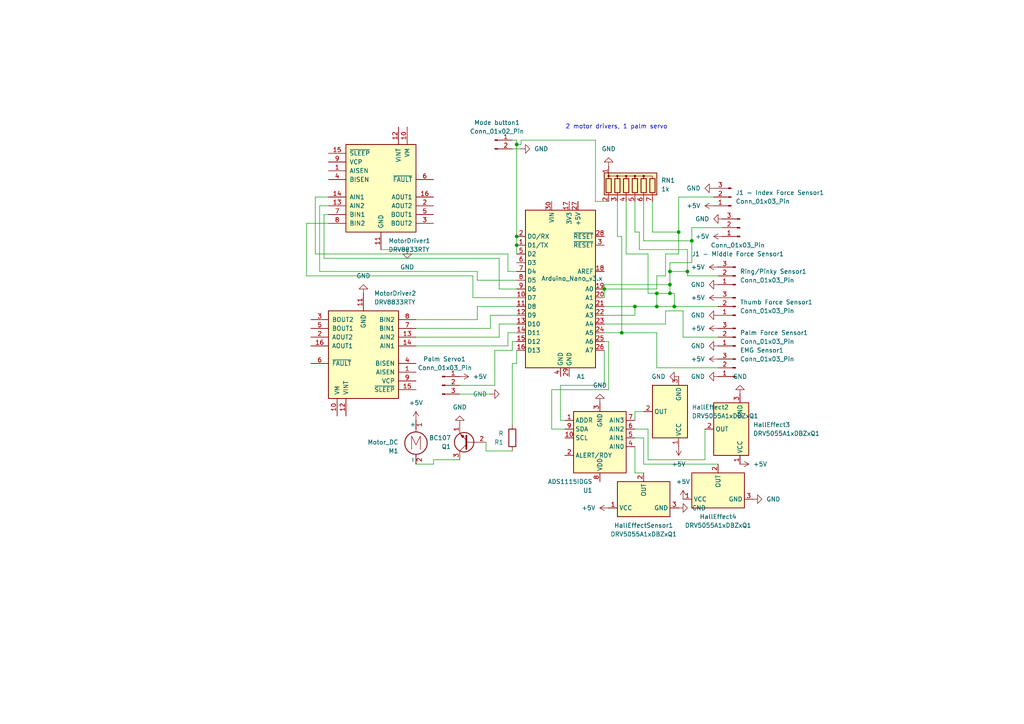
<source format=kicad_sch>
(kicad_sch
	(version 20250114)
	(generator "eeschema")
	(generator_version "9.0")
	(uuid "71bcd4dc-e141-44c6-9dfa-344e86d36e2c")
	(paper "A4")
	(lib_symbols
		(symbol "Analog_ADC:ADS1115IDGS"
			(exclude_from_sim no)
			(in_bom yes)
			(on_board yes)
			(property "Reference" "U"
				(at 2.54 13.97 0)
				(effects
					(font
						(size 1.27 1.27)
					)
				)
			)
			(property "Value" "ADS1115IDGS"
				(at 7.62 11.43 0)
				(effects
					(font
						(size 1.27 1.27)
					)
				)
			)
			(property "Footprint" "Package_SO:TSSOP-10_3x3mm_P0.5mm"
				(at 0 -12.7 0)
				(effects
					(font
						(size 1.27 1.27)
					)
					(hide yes)
				)
			)
			(property "Datasheet" "http://www.ti.com/lit/ds/symlink/ads1113.pdf"
				(at -1.27 -22.86 0)
				(effects
					(font
						(size 1.27 1.27)
					)
					(hide yes)
				)
			)
			(property "Description" "Ultra-Small, Low-Power, I2C-Compatible, 860-SPS, 16-Bit ADCs With Internal Reference, Oscillator, and Programmable Comparator, VSSOP-10"
				(at 0 0 0)
				(effects
					(font
						(size 1.27 1.27)
					)
					(hide yes)
				)
			)
			(property "ki_keywords" "16 bit 4 channel I2C ADC"
				(at 0 0 0)
				(effects
					(font
						(size 1.27 1.27)
					)
					(hide yes)
				)
			)
			(property "ki_fp_filters" "TSSOP*3x3mm*P0.5mm*"
				(at 0 0 0)
				(effects
					(font
						(size 1.27 1.27)
					)
					(hide yes)
				)
			)
			(symbol "ADS1115IDGS_0_1"
				(rectangle
					(start -7.62 10.16)
					(end 7.62 -7.62)
					(stroke
						(width 0.254)
						(type default)
					)
					(fill
						(type background)
					)
				)
			)
			(symbol "ADS1115IDGS_1_1"
				(pin input line
					(at -10.16 2.54 0)
					(length 2.54)
					(name "AIN0"
						(effects
							(font
								(size 1.27 1.27)
							)
						)
					)
					(number "4"
						(effects
							(font
								(size 1.27 1.27)
							)
						)
					)
				)
				(pin input line
					(at -10.16 0 0)
					(length 2.54)
					(name "AIN1"
						(effects
							(font
								(size 1.27 1.27)
							)
						)
					)
					(number "5"
						(effects
							(font
								(size 1.27 1.27)
							)
						)
					)
				)
				(pin input line
					(at -10.16 -2.54 0)
					(length 2.54)
					(name "AIN2"
						(effects
							(font
								(size 1.27 1.27)
							)
						)
					)
					(number "6"
						(effects
							(font
								(size 1.27 1.27)
							)
						)
					)
				)
				(pin input line
					(at -10.16 -5.08 0)
					(length 2.54)
					(name "AIN3"
						(effects
							(font
								(size 1.27 1.27)
							)
						)
					)
					(number "7"
						(effects
							(font
								(size 1.27 1.27)
							)
						)
					)
				)
				(pin power_in line
					(at 0 12.7 270)
					(length 2.54)
					(name "VDD"
						(effects
							(font
								(size 1.27 1.27)
							)
						)
					)
					(number "8"
						(effects
							(font
								(size 1.27 1.27)
							)
						)
					)
				)
				(pin power_in line
					(at 0 -10.16 90)
					(length 2.54)
					(name "GND"
						(effects
							(font
								(size 1.27 1.27)
							)
						)
					)
					(number "3"
						(effects
							(font
								(size 1.27 1.27)
							)
						)
					)
				)
				(pin output line
					(at 10.16 5.08 180)
					(length 2.54)
					(name "ALERT/RDY"
						(effects
							(font
								(size 1.27 1.27)
							)
						)
					)
					(number "2"
						(effects
							(font
								(size 1.27 1.27)
							)
						)
					)
				)
				(pin input line
					(at 10.16 0 180)
					(length 2.54)
					(name "SCL"
						(effects
							(font
								(size 1.27 1.27)
							)
						)
					)
					(number "10"
						(effects
							(font
								(size 1.27 1.27)
							)
						)
					)
				)
				(pin bidirectional line
					(at 10.16 -2.54 180)
					(length 2.54)
					(name "SDA"
						(effects
							(font
								(size 1.27 1.27)
							)
						)
					)
					(number "9"
						(effects
							(font
								(size 1.27 1.27)
							)
						)
					)
				)
				(pin input line
					(at 10.16 -5.08 180)
					(length 2.54)
					(name "ADDR"
						(effects
							(font
								(size 1.27 1.27)
							)
						)
					)
					(number "1"
						(effects
							(font
								(size 1.27 1.27)
							)
						)
					)
				)
			)
			(embedded_fonts no)
		)
		(symbol "Connector:Conn_01x02_Pin"
			(pin_names
				(offset 1.016)
				(hide yes)
			)
			(exclude_from_sim no)
			(in_bom yes)
			(on_board yes)
			(property "Reference" "J"
				(at 0 2.54 0)
				(effects
					(font
						(size 1.27 1.27)
					)
				)
			)
			(property "Value" "Conn_01x02_Pin"
				(at 0 -5.08 0)
				(effects
					(font
						(size 1.27 1.27)
					)
				)
			)
			(property "Footprint" ""
				(at 0 0 0)
				(effects
					(font
						(size 1.27 1.27)
					)
					(hide yes)
				)
			)
			(property "Datasheet" "~"
				(at 0 0 0)
				(effects
					(font
						(size 1.27 1.27)
					)
					(hide yes)
				)
			)
			(property "Description" "Generic connector, single row, 01x02, script generated"
				(at 0 0 0)
				(effects
					(font
						(size 1.27 1.27)
					)
					(hide yes)
				)
			)
			(property "ki_locked" ""
				(at 0 0 0)
				(effects
					(font
						(size 1.27 1.27)
					)
				)
			)
			(property "ki_keywords" "connector"
				(at 0 0 0)
				(effects
					(font
						(size 1.27 1.27)
					)
					(hide yes)
				)
			)
			(property "ki_fp_filters" "Connector*:*_1x??_*"
				(at 0 0 0)
				(effects
					(font
						(size 1.27 1.27)
					)
					(hide yes)
				)
			)
			(symbol "Conn_01x02_Pin_1_1"
				(rectangle
					(start 0.8636 0.127)
					(end 0 -0.127)
					(stroke
						(width 0.1524)
						(type default)
					)
					(fill
						(type outline)
					)
				)
				(rectangle
					(start 0.8636 -2.413)
					(end 0 -2.667)
					(stroke
						(width 0.1524)
						(type default)
					)
					(fill
						(type outline)
					)
				)
				(polyline
					(pts
						(xy 1.27 0) (xy 0.8636 0)
					)
					(stroke
						(width 0.1524)
						(type default)
					)
					(fill
						(type none)
					)
				)
				(polyline
					(pts
						(xy 1.27 -2.54) (xy 0.8636 -2.54)
					)
					(stroke
						(width 0.1524)
						(type default)
					)
					(fill
						(type none)
					)
				)
				(pin passive line
					(at 5.08 0 180)
					(length 3.81)
					(name "Pin_1"
						(effects
							(font
								(size 1.27 1.27)
							)
						)
					)
					(number "1"
						(effects
							(font
								(size 1.27 1.27)
							)
						)
					)
				)
				(pin passive line
					(at 5.08 -2.54 180)
					(length 3.81)
					(name "Pin_2"
						(effects
							(font
								(size 1.27 1.27)
							)
						)
					)
					(number "2"
						(effects
							(font
								(size 1.27 1.27)
							)
						)
					)
				)
			)
			(embedded_fonts no)
		)
		(symbol "Connector:Conn_01x03_Pin"
			(pin_names
				(offset 1.016)
				(hide yes)
			)
			(exclude_from_sim no)
			(in_bom yes)
			(on_board yes)
			(property "Reference" "J"
				(at 0 5.08 0)
				(effects
					(font
						(size 1.27 1.27)
					)
				)
			)
			(property "Value" "Conn_01x03_Pin"
				(at 0 -5.08 0)
				(effects
					(font
						(size 1.27 1.27)
					)
				)
			)
			(property "Footprint" ""
				(at 0 0 0)
				(effects
					(font
						(size 1.27 1.27)
					)
					(hide yes)
				)
			)
			(property "Datasheet" "~"
				(at 0 0 0)
				(effects
					(font
						(size 1.27 1.27)
					)
					(hide yes)
				)
			)
			(property "Description" "Generic connector, single row, 01x03, script generated"
				(at 0 0 0)
				(effects
					(font
						(size 1.27 1.27)
					)
					(hide yes)
				)
			)
			(property "ki_locked" ""
				(at 0 0 0)
				(effects
					(font
						(size 1.27 1.27)
					)
				)
			)
			(property "ki_keywords" "connector"
				(at 0 0 0)
				(effects
					(font
						(size 1.27 1.27)
					)
					(hide yes)
				)
			)
			(property "ki_fp_filters" "Connector*:*_1x??_*"
				(at 0 0 0)
				(effects
					(font
						(size 1.27 1.27)
					)
					(hide yes)
				)
			)
			(symbol "Conn_01x03_Pin_1_1"
				(rectangle
					(start 0.8636 2.667)
					(end 0 2.413)
					(stroke
						(width 0.1524)
						(type default)
					)
					(fill
						(type outline)
					)
				)
				(rectangle
					(start 0.8636 0.127)
					(end 0 -0.127)
					(stroke
						(width 0.1524)
						(type default)
					)
					(fill
						(type outline)
					)
				)
				(rectangle
					(start 0.8636 -2.413)
					(end 0 -2.667)
					(stroke
						(width 0.1524)
						(type default)
					)
					(fill
						(type outline)
					)
				)
				(polyline
					(pts
						(xy 1.27 2.54) (xy 0.8636 2.54)
					)
					(stroke
						(width 0.1524)
						(type default)
					)
					(fill
						(type none)
					)
				)
				(polyline
					(pts
						(xy 1.27 0) (xy 0.8636 0)
					)
					(stroke
						(width 0.1524)
						(type default)
					)
					(fill
						(type none)
					)
				)
				(polyline
					(pts
						(xy 1.27 -2.54) (xy 0.8636 -2.54)
					)
					(stroke
						(width 0.1524)
						(type default)
					)
					(fill
						(type none)
					)
				)
				(pin passive line
					(at 5.08 2.54 180)
					(length 3.81)
					(name "Pin_1"
						(effects
							(font
								(size 1.27 1.27)
							)
						)
					)
					(number "1"
						(effects
							(font
								(size 1.27 1.27)
							)
						)
					)
				)
				(pin passive line
					(at 5.08 0 180)
					(length 3.81)
					(name "Pin_2"
						(effects
							(font
								(size 1.27 1.27)
							)
						)
					)
					(number "2"
						(effects
							(font
								(size 1.27 1.27)
							)
						)
					)
				)
				(pin passive line
					(at 5.08 -2.54 180)
					(length 3.81)
					(name "Pin_3"
						(effects
							(font
								(size 1.27 1.27)
							)
						)
					)
					(number "3"
						(effects
							(font
								(size 1.27 1.27)
							)
						)
					)
				)
			)
			(embedded_fonts no)
		)
		(symbol "Device:R"
			(pin_numbers
				(hide yes)
			)
			(pin_names
				(offset 0)
			)
			(exclude_from_sim no)
			(in_bom yes)
			(on_board yes)
			(property "Reference" "R"
				(at 2.032 0 90)
				(effects
					(font
						(size 1.27 1.27)
					)
				)
			)
			(property "Value" "R"
				(at 0 0 90)
				(effects
					(font
						(size 1.27 1.27)
					)
				)
			)
			(property "Footprint" ""
				(at -1.778 0 90)
				(effects
					(font
						(size 1.27 1.27)
					)
					(hide yes)
				)
			)
			(property "Datasheet" "~"
				(at 0 0 0)
				(effects
					(font
						(size 1.27 1.27)
					)
					(hide yes)
				)
			)
			(property "Description" "Resistor"
				(at 0 0 0)
				(effects
					(font
						(size 1.27 1.27)
					)
					(hide yes)
				)
			)
			(property "ki_keywords" "R res resistor"
				(at 0 0 0)
				(effects
					(font
						(size 1.27 1.27)
					)
					(hide yes)
				)
			)
			(property "ki_fp_filters" "R_*"
				(at 0 0 0)
				(effects
					(font
						(size 1.27 1.27)
					)
					(hide yes)
				)
			)
			(symbol "R_0_1"
				(rectangle
					(start -1.016 -2.54)
					(end 1.016 2.54)
					(stroke
						(width 0.254)
						(type default)
					)
					(fill
						(type none)
					)
				)
			)
			(symbol "R_1_1"
				(pin passive line
					(at 0 3.81 270)
					(length 1.27)
					(name "~"
						(effects
							(font
								(size 1.27 1.27)
							)
						)
					)
					(number "1"
						(effects
							(font
								(size 1.27 1.27)
							)
						)
					)
				)
				(pin passive line
					(at 0 -3.81 90)
					(length 1.27)
					(name "~"
						(effects
							(font
								(size 1.27 1.27)
							)
						)
					)
					(number "2"
						(effects
							(font
								(size 1.27 1.27)
							)
						)
					)
				)
			)
			(embedded_fonts no)
		)
		(symbol "Device:R_Network06"
			(pin_names
				(offset 0)
				(hide yes)
			)
			(exclude_from_sim no)
			(in_bom yes)
			(on_board yes)
			(property "Reference" "RN"
				(at -10.16 0 90)
				(effects
					(font
						(size 1.27 1.27)
					)
				)
			)
			(property "Value" "R_Network06"
				(at 7.62 0 90)
				(effects
					(font
						(size 1.27 1.27)
					)
				)
			)
			(property "Footprint" "Resistor_THT:R_Array_SIP7"
				(at 9.525 0 90)
				(effects
					(font
						(size 1.27 1.27)
					)
					(hide yes)
				)
			)
			(property "Datasheet" "http://www.vishay.com/docs/31509/csc.pdf"
				(at 0 0 0)
				(effects
					(font
						(size 1.27 1.27)
					)
					(hide yes)
				)
			)
			(property "Description" "6 resistor network, star topology, bussed resistors, small symbol"
				(at 0 0 0)
				(effects
					(font
						(size 1.27 1.27)
					)
					(hide yes)
				)
			)
			(property "ki_keywords" "R network star-topology"
				(at 0 0 0)
				(effects
					(font
						(size 1.27 1.27)
					)
					(hide yes)
				)
			)
			(property "ki_fp_filters" "R?Array?SIP*"
				(at 0 0 0)
				(effects
					(font
						(size 1.27 1.27)
					)
					(hide yes)
				)
			)
			(symbol "R_Network06_0_1"
				(rectangle
					(start -8.89 -3.175)
					(end 6.35 3.175)
					(stroke
						(width 0.254)
						(type default)
					)
					(fill
						(type background)
					)
				)
				(rectangle
					(start -8.382 1.524)
					(end -6.858 -2.54)
					(stroke
						(width 0.254)
						(type default)
					)
					(fill
						(type none)
					)
				)
				(circle
					(center -7.62 2.286)
					(radius 0.254)
					(stroke
						(width 0)
						(type default)
					)
					(fill
						(type outline)
					)
				)
				(polyline
					(pts
						(xy -7.62 1.524) (xy -7.62 2.286) (xy -5.08 2.286) (xy -5.08 1.524)
					)
					(stroke
						(width 0)
						(type default)
					)
					(fill
						(type none)
					)
				)
				(polyline
					(pts
						(xy -7.62 -2.54) (xy -7.62 -3.81)
					)
					(stroke
						(width 0)
						(type default)
					)
					(fill
						(type none)
					)
				)
				(rectangle
					(start -5.842 1.524)
					(end -4.318 -2.54)
					(stroke
						(width 0.254)
						(type default)
					)
					(fill
						(type none)
					)
				)
				(circle
					(center -5.08 2.286)
					(radius 0.254)
					(stroke
						(width 0)
						(type default)
					)
					(fill
						(type outline)
					)
				)
				(polyline
					(pts
						(xy -5.08 1.524) (xy -5.08 2.286) (xy -2.54 2.286) (xy -2.54 1.524)
					)
					(stroke
						(width 0)
						(type default)
					)
					(fill
						(type none)
					)
				)
				(polyline
					(pts
						(xy -5.08 -2.54) (xy -5.08 -3.81)
					)
					(stroke
						(width 0)
						(type default)
					)
					(fill
						(type none)
					)
				)
				(rectangle
					(start -3.302 1.524)
					(end -1.778 -2.54)
					(stroke
						(width 0.254)
						(type default)
					)
					(fill
						(type none)
					)
				)
				(circle
					(center -2.54 2.286)
					(radius 0.254)
					(stroke
						(width 0)
						(type default)
					)
					(fill
						(type outline)
					)
				)
				(polyline
					(pts
						(xy -2.54 1.524) (xy -2.54 2.286) (xy 0 2.286) (xy 0 1.524)
					)
					(stroke
						(width 0)
						(type default)
					)
					(fill
						(type none)
					)
				)
				(polyline
					(pts
						(xy -2.54 -2.54) (xy -2.54 -3.81)
					)
					(stroke
						(width 0)
						(type default)
					)
					(fill
						(type none)
					)
				)
				(rectangle
					(start -0.762 1.524)
					(end 0.762 -2.54)
					(stroke
						(width 0.254)
						(type default)
					)
					(fill
						(type none)
					)
				)
				(circle
					(center 0 2.286)
					(radius 0.254)
					(stroke
						(width 0)
						(type default)
					)
					(fill
						(type outline)
					)
				)
				(polyline
					(pts
						(xy 0 1.524) (xy 0 2.286) (xy 2.54 2.286) (xy 2.54 1.524)
					)
					(stroke
						(width 0)
						(type default)
					)
					(fill
						(type none)
					)
				)
				(polyline
					(pts
						(xy 0 -2.54) (xy 0 -3.81)
					)
					(stroke
						(width 0)
						(type default)
					)
					(fill
						(type none)
					)
				)
				(rectangle
					(start 1.778 1.524)
					(end 3.302 -2.54)
					(stroke
						(width 0.254)
						(type default)
					)
					(fill
						(type none)
					)
				)
				(circle
					(center 2.54 2.286)
					(radius 0.254)
					(stroke
						(width 0)
						(type default)
					)
					(fill
						(type outline)
					)
				)
				(polyline
					(pts
						(xy 2.54 1.524) (xy 2.54 2.286) (xy 5.08 2.286) (xy 5.08 1.524)
					)
					(stroke
						(width 0)
						(type default)
					)
					(fill
						(type none)
					)
				)
				(polyline
					(pts
						(xy 2.54 -2.54) (xy 2.54 -3.81)
					)
					(stroke
						(width 0)
						(type default)
					)
					(fill
						(type none)
					)
				)
				(rectangle
					(start 4.318 1.524)
					(end 5.842 -2.54)
					(stroke
						(width 0.254)
						(type default)
					)
					(fill
						(type none)
					)
				)
				(polyline
					(pts
						(xy 5.08 -2.54) (xy 5.08 -3.81)
					)
					(stroke
						(width 0)
						(type default)
					)
					(fill
						(type none)
					)
				)
			)
			(symbol "R_Network06_1_1"
				(pin passive line
					(at -7.62 5.08 270)
					(length 2.54)
					(name "common"
						(effects
							(font
								(size 1.27 1.27)
							)
						)
					)
					(number "1"
						(effects
							(font
								(size 1.27 1.27)
							)
						)
					)
				)
				(pin passive line
					(at -7.62 -5.08 90)
					(length 1.27)
					(name "R1"
						(effects
							(font
								(size 1.27 1.27)
							)
						)
					)
					(number "2"
						(effects
							(font
								(size 1.27 1.27)
							)
						)
					)
				)
				(pin passive line
					(at -5.08 -5.08 90)
					(length 1.27)
					(name "R2"
						(effects
							(font
								(size 1.27 1.27)
							)
						)
					)
					(number "3"
						(effects
							(font
								(size 1.27 1.27)
							)
						)
					)
				)
				(pin passive line
					(at -2.54 -5.08 90)
					(length 1.27)
					(name "R3"
						(effects
							(font
								(size 1.27 1.27)
							)
						)
					)
					(number "4"
						(effects
							(font
								(size 1.27 1.27)
							)
						)
					)
				)
				(pin passive line
					(at 0 -5.08 90)
					(length 1.27)
					(name "R4"
						(effects
							(font
								(size 1.27 1.27)
							)
						)
					)
					(number "5"
						(effects
							(font
								(size 1.27 1.27)
							)
						)
					)
				)
				(pin passive line
					(at 2.54 -5.08 90)
					(length 1.27)
					(name "R5"
						(effects
							(font
								(size 1.27 1.27)
							)
						)
					)
					(number "6"
						(effects
							(font
								(size 1.27 1.27)
							)
						)
					)
				)
				(pin passive line
					(at 5.08 -5.08 90)
					(length 1.27)
					(name "R6"
						(effects
							(font
								(size 1.27 1.27)
							)
						)
					)
					(number "7"
						(effects
							(font
								(size 1.27 1.27)
							)
						)
					)
				)
			)
			(embedded_fonts no)
		)
		(symbol "Driver_Motor:DRV8833RTY"
			(pin_names
				(offset 1.016)
			)
			(exclude_from_sim no)
			(in_bom yes)
			(on_board yes)
			(property "Reference" "U"
				(at -3.81 16.51 0)
				(effects
					(font
						(size 1.27 1.27)
					)
				)
			)
			(property "Value" "DRV8833RTY"
				(at -3.81 13.97 0)
				(effects
					(font
						(size 1.27 1.27)
					)
				)
			)
			(property "Footprint" "Package_DFN_QFN:Texas_RTY_WQFN-16-1EP_4x4mm_P0.65mm_EP2.1x2.1mm_ThermalVias"
				(at 5.08 -17.78 0)
				(effects
					(font
						(size 1.27 1.27)
					)
					(justify left)
					(hide yes)
				)
			)
			(property "Datasheet" "http://www.ti.com/lit/ds/symlink/drv8833.pdf"
				(at 5.08 -20.32 0)
				(effects
					(font
						(size 1.27 1.27)
					)
					(justify left)
					(hide yes)
				)
			)
			(property "Description" "Dual H-Bridge Motor Driver, WQFN-16"
				(at 0 0 0)
				(effects
					(font
						(size 1.27 1.27)
					)
					(hide yes)
				)
			)
			(property "ki_keywords" "H-bridge motor driver"
				(at 0 0 0)
				(effects
					(font
						(size 1.27 1.27)
					)
					(hide yes)
				)
			)
			(property "ki_fp_filters" "Texas*RTY*EP2.1x2.1mm*"
				(at 0 0 0)
				(effects
					(font
						(size 1.27 1.27)
					)
					(hide yes)
				)
			)
			(symbol "DRV8833RTY_0_1"
				(rectangle
					(start -10.16 12.7)
					(end 10.16 -12.7)
					(stroke
						(width 0.254)
						(type default)
					)
					(fill
						(type background)
					)
				)
			)
			(symbol "DRV8833RTY_1_1"
				(pin input line
					(at -15.24 10.16 0)
					(length 5.08)
					(name "~{SLEEP}"
						(effects
							(font
								(size 1.27 1.27)
							)
						)
					)
					(number "15"
						(effects
							(font
								(size 1.27 1.27)
							)
						)
					)
				)
				(pin bidirectional line
					(at -15.24 7.62 0)
					(length 5.08)
					(name "VCP"
						(effects
							(font
								(size 1.27 1.27)
							)
						)
					)
					(number "9"
						(effects
							(font
								(size 1.27 1.27)
							)
						)
					)
				)
				(pin bidirectional line
					(at -15.24 5.08 0)
					(length 5.08)
					(name "AISEN"
						(effects
							(font
								(size 1.27 1.27)
							)
						)
					)
					(number "1"
						(effects
							(font
								(size 1.27 1.27)
							)
						)
					)
				)
				(pin bidirectional line
					(at -15.24 2.54 0)
					(length 5.08)
					(name "BISEN"
						(effects
							(font
								(size 1.27 1.27)
							)
						)
					)
					(number "4"
						(effects
							(font
								(size 1.27 1.27)
							)
						)
					)
				)
				(pin input line
					(at -15.24 -2.54 0)
					(length 5.08)
					(name "AIN1"
						(effects
							(font
								(size 1.27 1.27)
							)
						)
					)
					(number "14"
						(effects
							(font
								(size 1.27 1.27)
							)
						)
					)
				)
				(pin input line
					(at -15.24 -5.08 0)
					(length 5.08)
					(name "AIN2"
						(effects
							(font
								(size 1.27 1.27)
							)
						)
					)
					(number "13"
						(effects
							(font
								(size 1.27 1.27)
							)
						)
					)
				)
				(pin input line
					(at -15.24 -7.62 0)
					(length 5.08)
					(name "BIN1"
						(effects
							(font
								(size 1.27 1.27)
							)
						)
					)
					(number "7"
						(effects
							(font
								(size 1.27 1.27)
							)
						)
					)
				)
				(pin input line
					(at -15.24 -10.16 0)
					(length 5.08)
					(name "BIN2"
						(effects
							(font
								(size 1.27 1.27)
							)
						)
					)
					(number "8"
						(effects
							(font
								(size 1.27 1.27)
							)
						)
					)
				)
				(pin power_in line
					(at 0 -17.78 90)
					(length 5.08)
					(name "GND"
						(effects
							(font
								(size 1.27 1.27)
							)
						)
					)
					(number "11"
						(effects
							(font
								(size 1.27 1.27)
							)
						)
					)
				)
				(pin passive line
					(at 0 -17.78 90)
					(length 5.08)
					(hide yes)
					(name "GND"
						(effects
							(font
								(size 1.27 1.27)
							)
						)
					)
					(number "17"
						(effects
							(font
								(size 1.27 1.27)
							)
						)
					)
				)
				(pin power_in line
					(at 5.08 17.78 270)
					(length 5.08)
					(name "VINT"
						(effects
							(font
								(size 1.27 1.27)
							)
						)
					)
					(number "12"
						(effects
							(font
								(size 1.27 1.27)
							)
						)
					)
				)
				(pin power_in line
					(at 7.62 17.78 270)
					(length 5.08)
					(name "VM"
						(effects
							(font
								(size 1.27 1.27)
							)
						)
					)
					(number "10"
						(effects
							(font
								(size 1.27 1.27)
							)
						)
					)
				)
				(pin open_collector line
					(at 15.24 2.54 180)
					(length 5.08)
					(name "~{FAULT}"
						(effects
							(font
								(size 1.27 1.27)
							)
						)
					)
					(number "6"
						(effects
							(font
								(size 1.27 1.27)
							)
						)
					)
				)
				(pin power_out line
					(at 15.24 -2.54 180)
					(length 5.08)
					(name "AOUT1"
						(effects
							(font
								(size 1.27 1.27)
							)
						)
					)
					(number "16"
						(effects
							(font
								(size 1.27 1.27)
							)
						)
					)
				)
				(pin power_out line
					(at 15.24 -5.08 180)
					(length 5.08)
					(name "AOUT2"
						(effects
							(font
								(size 1.27 1.27)
							)
						)
					)
					(number "2"
						(effects
							(font
								(size 1.27 1.27)
							)
						)
					)
				)
				(pin power_out line
					(at 15.24 -7.62 180)
					(length 5.08)
					(name "BOUT1"
						(effects
							(font
								(size 1.27 1.27)
							)
						)
					)
					(number "5"
						(effects
							(font
								(size 1.27 1.27)
							)
						)
					)
				)
				(pin power_out line
					(at 15.24 -10.16 180)
					(length 5.08)
					(name "BOUT2"
						(effects
							(font
								(size 1.27 1.27)
							)
						)
					)
					(number "3"
						(effects
							(font
								(size 1.27 1.27)
							)
						)
					)
				)
			)
			(embedded_fonts no)
		)
		(symbol "MCU_Module:Arduino_Nano_v3.x"
			(exclude_from_sim no)
			(in_bom yes)
			(on_board yes)
			(property "Reference" "A"
				(at -10.16 23.495 0)
				(effects
					(font
						(size 1.27 1.27)
					)
					(justify left bottom)
				)
			)
			(property "Value" "Arduino_Nano_v3.x"
				(at 5.08 -24.13 0)
				(effects
					(font
						(size 1.27 1.27)
					)
					(justify left top)
				)
			)
			(property "Footprint" "Module:Arduino_Nano"
				(at 0 0 0)
				(effects
					(font
						(size 1.27 1.27)
						(italic yes)
					)
					(hide yes)
				)
			)
			(property "Datasheet" "http://www.mouser.com/pdfdocs/Gravitech_Arduino_Nano3_0.pdf"
				(at 0 0 0)
				(effects
					(font
						(size 1.27 1.27)
					)
					(hide yes)
				)
			)
			(property "Description" "Arduino Nano v3.x"
				(at 0 0 0)
				(effects
					(font
						(size 1.27 1.27)
					)
					(hide yes)
				)
			)
			(property "ki_keywords" "Arduino nano microcontroller module USB"
				(at 0 0 0)
				(effects
					(font
						(size 1.27 1.27)
					)
					(hide yes)
				)
			)
			(property "ki_fp_filters" "Arduino*Nano*"
				(at 0 0 0)
				(effects
					(font
						(size 1.27 1.27)
					)
					(hide yes)
				)
			)
			(symbol "Arduino_Nano_v3.x_0_1"
				(rectangle
					(start -10.16 22.86)
					(end 10.16 -22.86)
					(stroke
						(width 0.254)
						(type default)
					)
					(fill
						(type background)
					)
				)
			)
			(symbol "Arduino_Nano_v3.x_1_1"
				(pin bidirectional line
					(at -12.7 15.24 0)
					(length 2.54)
					(name "D0/RX"
						(effects
							(font
								(size 1.27 1.27)
							)
						)
					)
					(number "2"
						(effects
							(font
								(size 1.27 1.27)
							)
						)
					)
				)
				(pin bidirectional line
					(at -12.7 12.7 0)
					(length 2.54)
					(name "D1/TX"
						(effects
							(font
								(size 1.27 1.27)
							)
						)
					)
					(number "1"
						(effects
							(font
								(size 1.27 1.27)
							)
						)
					)
				)
				(pin bidirectional line
					(at -12.7 10.16 0)
					(length 2.54)
					(name "D2"
						(effects
							(font
								(size 1.27 1.27)
							)
						)
					)
					(number "5"
						(effects
							(font
								(size 1.27 1.27)
							)
						)
					)
				)
				(pin bidirectional line
					(at -12.7 7.62 0)
					(length 2.54)
					(name "D3"
						(effects
							(font
								(size 1.27 1.27)
							)
						)
					)
					(number "6"
						(effects
							(font
								(size 1.27 1.27)
							)
						)
					)
				)
				(pin bidirectional line
					(at -12.7 5.08 0)
					(length 2.54)
					(name "D4"
						(effects
							(font
								(size 1.27 1.27)
							)
						)
					)
					(number "7"
						(effects
							(font
								(size 1.27 1.27)
							)
						)
					)
				)
				(pin bidirectional line
					(at -12.7 2.54 0)
					(length 2.54)
					(name "D5"
						(effects
							(font
								(size 1.27 1.27)
							)
						)
					)
					(number "8"
						(effects
							(font
								(size 1.27 1.27)
							)
						)
					)
				)
				(pin bidirectional line
					(at -12.7 0 0)
					(length 2.54)
					(name "D6"
						(effects
							(font
								(size 1.27 1.27)
							)
						)
					)
					(number "9"
						(effects
							(font
								(size 1.27 1.27)
							)
						)
					)
				)
				(pin bidirectional line
					(at -12.7 -2.54 0)
					(length 2.54)
					(name "D7"
						(effects
							(font
								(size 1.27 1.27)
							)
						)
					)
					(number "10"
						(effects
							(font
								(size 1.27 1.27)
							)
						)
					)
				)
				(pin bidirectional line
					(at -12.7 -5.08 0)
					(length 2.54)
					(name "D8"
						(effects
							(font
								(size 1.27 1.27)
							)
						)
					)
					(number "11"
						(effects
							(font
								(size 1.27 1.27)
							)
						)
					)
				)
				(pin bidirectional line
					(at -12.7 -7.62 0)
					(length 2.54)
					(name "D9"
						(effects
							(font
								(size 1.27 1.27)
							)
						)
					)
					(number "12"
						(effects
							(font
								(size 1.27 1.27)
							)
						)
					)
				)
				(pin bidirectional line
					(at -12.7 -10.16 0)
					(length 2.54)
					(name "D10"
						(effects
							(font
								(size 1.27 1.27)
							)
						)
					)
					(number "13"
						(effects
							(font
								(size 1.27 1.27)
							)
						)
					)
				)
				(pin bidirectional line
					(at -12.7 -12.7 0)
					(length 2.54)
					(name "D11"
						(effects
							(font
								(size 1.27 1.27)
							)
						)
					)
					(number "14"
						(effects
							(font
								(size 1.27 1.27)
							)
						)
					)
				)
				(pin bidirectional line
					(at -12.7 -15.24 0)
					(length 2.54)
					(name "D12"
						(effects
							(font
								(size 1.27 1.27)
							)
						)
					)
					(number "15"
						(effects
							(font
								(size 1.27 1.27)
							)
						)
					)
				)
				(pin bidirectional line
					(at -12.7 -17.78 0)
					(length 2.54)
					(name "D13"
						(effects
							(font
								(size 1.27 1.27)
							)
						)
					)
					(number "16"
						(effects
							(font
								(size 1.27 1.27)
							)
						)
					)
				)
				(pin power_in line
					(at -2.54 25.4 270)
					(length 2.54)
					(name "VIN"
						(effects
							(font
								(size 1.27 1.27)
							)
						)
					)
					(number "30"
						(effects
							(font
								(size 1.27 1.27)
							)
						)
					)
				)
				(pin power_in line
					(at 0 -25.4 90)
					(length 2.54)
					(name "GND"
						(effects
							(font
								(size 1.27 1.27)
							)
						)
					)
					(number "4"
						(effects
							(font
								(size 1.27 1.27)
							)
						)
					)
				)
				(pin power_out line
					(at 2.54 25.4 270)
					(length 2.54)
					(name "3V3"
						(effects
							(font
								(size 1.27 1.27)
							)
						)
					)
					(number "17"
						(effects
							(font
								(size 1.27 1.27)
							)
						)
					)
				)
				(pin power_in line
					(at 2.54 -25.4 90)
					(length 2.54)
					(name "GND"
						(effects
							(font
								(size 1.27 1.27)
							)
						)
					)
					(number "29"
						(effects
							(font
								(size 1.27 1.27)
							)
						)
					)
				)
				(pin power_out line
					(at 5.08 25.4 270)
					(length 2.54)
					(name "+5V"
						(effects
							(font
								(size 1.27 1.27)
							)
						)
					)
					(number "27"
						(effects
							(font
								(size 1.27 1.27)
							)
						)
					)
				)
				(pin input line
					(at 12.7 15.24 180)
					(length 2.54)
					(name "~{RESET}"
						(effects
							(font
								(size 1.27 1.27)
							)
						)
					)
					(number "28"
						(effects
							(font
								(size 1.27 1.27)
							)
						)
					)
				)
				(pin input line
					(at 12.7 12.7 180)
					(length 2.54)
					(name "~{RESET}"
						(effects
							(font
								(size 1.27 1.27)
							)
						)
					)
					(number "3"
						(effects
							(font
								(size 1.27 1.27)
							)
						)
					)
				)
				(pin input line
					(at 12.7 5.08 180)
					(length 2.54)
					(name "AREF"
						(effects
							(font
								(size 1.27 1.27)
							)
						)
					)
					(number "18"
						(effects
							(font
								(size 1.27 1.27)
							)
						)
					)
				)
				(pin bidirectional line
					(at 12.7 0 180)
					(length 2.54)
					(name "A0"
						(effects
							(font
								(size 1.27 1.27)
							)
						)
					)
					(number "19"
						(effects
							(font
								(size 1.27 1.27)
							)
						)
					)
				)
				(pin bidirectional line
					(at 12.7 -2.54 180)
					(length 2.54)
					(name "A1"
						(effects
							(font
								(size 1.27 1.27)
							)
						)
					)
					(number "20"
						(effects
							(font
								(size 1.27 1.27)
							)
						)
					)
				)
				(pin bidirectional line
					(at 12.7 -5.08 180)
					(length 2.54)
					(name "A2"
						(effects
							(font
								(size 1.27 1.27)
							)
						)
					)
					(number "21"
						(effects
							(font
								(size 1.27 1.27)
							)
						)
					)
				)
				(pin bidirectional line
					(at 12.7 -7.62 180)
					(length 2.54)
					(name "A3"
						(effects
							(font
								(size 1.27 1.27)
							)
						)
					)
					(number "22"
						(effects
							(font
								(size 1.27 1.27)
							)
						)
					)
				)
				(pin bidirectional line
					(at 12.7 -10.16 180)
					(length 2.54)
					(name "A4"
						(effects
							(font
								(size 1.27 1.27)
							)
						)
					)
					(number "23"
						(effects
							(font
								(size 1.27 1.27)
							)
						)
					)
				)
				(pin bidirectional line
					(at 12.7 -12.7 180)
					(length 2.54)
					(name "A5"
						(effects
							(font
								(size 1.27 1.27)
							)
						)
					)
					(number "24"
						(effects
							(font
								(size 1.27 1.27)
							)
						)
					)
				)
				(pin bidirectional line
					(at 12.7 -15.24 180)
					(length 2.54)
					(name "A6"
						(effects
							(font
								(size 1.27 1.27)
							)
						)
					)
					(number "25"
						(effects
							(font
								(size 1.27 1.27)
							)
						)
					)
				)
				(pin bidirectional line
					(at 12.7 -17.78 180)
					(length 2.54)
					(name "A7"
						(effects
							(font
								(size 1.27 1.27)
							)
						)
					)
					(number "26"
						(effects
							(font
								(size 1.27 1.27)
							)
						)
					)
				)
			)
			(embedded_fonts no)
		)
		(symbol "Motor:Motor_DC"
			(pin_names
				(offset 0)
			)
			(exclude_from_sim no)
			(in_bom yes)
			(on_board yes)
			(property "Reference" "M"
				(at 2.54 2.54 0)
				(effects
					(font
						(size 1.27 1.27)
					)
					(justify left)
				)
			)
			(property "Value" "Motor_DC"
				(at 2.54 -5.08 0)
				(effects
					(font
						(size 1.27 1.27)
					)
					(justify left top)
				)
			)
			(property "Footprint" ""
				(at 0 -2.286 0)
				(effects
					(font
						(size 1.27 1.27)
					)
					(hide yes)
				)
			)
			(property "Datasheet" "~"
				(at 0 -2.286 0)
				(effects
					(font
						(size 1.27 1.27)
					)
					(hide yes)
				)
			)
			(property "Description" "DC Motor"
				(at 0 0 0)
				(effects
					(font
						(size 1.27 1.27)
					)
					(hide yes)
				)
			)
			(property "ki_keywords" "DC Motor"
				(at 0 0 0)
				(effects
					(font
						(size 1.27 1.27)
					)
					(hide yes)
				)
			)
			(property "ki_fp_filters" "PinHeader*P2.54mm* TerminalBlock*"
				(at 0 0 0)
				(effects
					(font
						(size 1.27 1.27)
					)
					(hide yes)
				)
			)
			(symbol "Motor_DC_0_0"
				(polyline
					(pts
						(xy -1.27 -3.302) (xy -1.27 0.508) (xy 0 -2.032) (xy 1.27 0.508) (xy 1.27 -3.302)
					)
					(stroke
						(width 0)
						(type default)
					)
					(fill
						(type none)
					)
				)
			)
			(symbol "Motor_DC_0_1"
				(polyline
					(pts
						(xy 0 2.032) (xy 0 2.54)
					)
					(stroke
						(width 0)
						(type default)
					)
					(fill
						(type none)
					)
				)
				(polyline
					(pts
						(xy 0 1.7272) (xy 0 2.0828)
					)
					(stroke
						(width 0)
						(type default)
					)
					(fill
						(type none)
					)
				)
				(circle
					(center 0 -1.524)
					(radius 3.2512)
					(stroke
						(width 0.254)
						(type default)
					)
					(fill
						(type none)
					)
				)
				(polyline
					(pts
						(xy 0 -4.7752) (xy 0 -5.1816)
					)
					(stroke
						(width 0)
						(type default)
					)
					(fill
						(type none)
					)
				)
				(polyline
					(pts
						(xy 0 -7.62) (xy 0 -7.112)
					)
					(stroke
						(width 0)
						(type default)
					)
					(fill
						(type none)
					)
				)
			)
			(symbol "Motor_DC_1_1"
				(pin passive line
					(at 0 5.08 270)
					(length 2.54)
					(name "+"
						(effects
							(font
								(size 1.27 1.27)
							)
						)
					)
					(number "1"
						(effects
							(font
								(size 1.27 1.27)
							)
						)
					)
				)
				(pin passive line
					(at 0 -7.62 90)
					(length 2.54)
					(name "-"
						(effects
							(font
								(size 1.27 1.27)
							)
						)
					)
					(number "2"
						(effects
							(font
								(size 1.27 1.27)
							)
						)
					)
				)
			)
			(embedded_fonts no)
		)
		(symbol "Sensor_Magnetic:DRV5055A1xDBZxQ1"
			(exclude_from_sim no)
			(in_bom yes)
			(on_board yes)
			(property "Reference" "U"
				(at 2.54 12.7 0)
				(effects
					(font
						(size 1.27 1.27)
					)
				)
			)
			(property "Value" "DRV5055A1xDBZxQ1"
				(at 2.54 10.16 0)
				(effects
					(font
						(size 1.27 1.27)
					)
				)
			)
			(property "Footprint" "Package_TO_SOT_SMD:SOT-23"
				(at 0 0 0)
				(effects
					(font
						(size 1.27 1.27)
					)
					(hide yes)
				)
			)
			(property "Datasheet" "https://www.ti.com/lit/ds/symlink/drv5055-q1.pdf"
				(at 0 0 0)
				(effects
					(font
						(size 1.27 1.27)
					)
					(hide yes)
				)
			)
			(property "Description" "100 mV/mT,±21-mT, 20-kHz, 3.3/5V, SOT-23"
				(at 0 0 0)
				(effects
					(font
						(size 1.27 1.27)
					)
					(hide yes)
				)
			)
			(property "ki_keywords" "Automotive Ratiometric Linear Hall Effect Sensor AEC-Q100"
				(at 0 0 0)
				(effects
					(font
						(size 1.27 1.27)
					)
					(hide yes)
				)
			)
			(property "ki_fp_filters" "SOT?23*"
				(at 0 0 0)
				(effects
					(font
						(size 1.27 1.27)
					)
					(hide yes)
				)
			)
			(symbol "DRV5055A1xDBZxQ1_1_1"
				(rectangle
					(start -5.08 7.62)
					(end 5.08 -7.62)
					(stroke
						(width 0.254)
						(type default)
					)
					(fill
						(type background)
					)
				)
				(pin power_in line
					(at -2.54 10.16 270)
					(length 2.54)
					(name "VCC"
						(effects
							(font
								(size 1.27 1.27)
							)
						)
					)
					(number "1"
						(effects
							(font
								(size 1.27 1.27)
							)
						)
					)
				)
				(pin power_in line
					(at -2.54 -10.16 90)
					(length 2.54)
					(name "GND"
						(effects
							(font
								(size 1.27 1.27)
							)
						)
					)
					(number "3"
						(effects
							(font
								(size 1.27 1.27)
							)
						)
					)
				)
				(pin output line
					(at 7.62 0 180)
					(length 2.54)
					(name "OUT"
						(effects
							(font
								(size 1.27 1.27)
							)
						)
					)
					(number "2"
						(effects
							(font
								(size 1.27 1.27)
							)
						)
					)
				)
			)
			(embedded_fonts no)
		)
		(symbol "Transistor_BJT:BC107"
			(pin_names
				(offset 0)
				(hide yes)
			)
			(exclude_from_sim no)
			(in_bom yes)
			(on_board yes)
			(property "Reference" "Q"
				(at 5.08 1.905 0)
				(effects
					(font
						(size 1.27 1.27)
					)
					(justify left)
				)
			)
			(property "Value" "BC107"
				(at 5.08 0 0)
				(effects
					(font
						(size 1.27 1.27)
					)
					(justify left)
				)
			)
			(property "Footprint" "Package_TO_SOT_THT:TO-18-3"
				(at 5.08 -1.905 0)
				(effects
					(font
						(size 1.27 1.27)
						(italic yes)
					)
					(justify left)
					(hide yes)
				)
			)
			(property "Datasheet" "http://www.b-kainka.de/Daten/Transistor/BC108.pdf"
				(at 0 0 0)
				(effects
					(font
						(size 1.27 1.27)
					)
					(justify left)
					(hide yes)
				)
			)
			(property "Description" "0.1A Ic, 50V Vce, Low Noise General Purpose NPN Transistor, TO-18"
				(at 0 0 0)
				(effects
					(font
						(size 1.27 1.27)
					)
					(hide yes)
				)
			)
			(property "ki_keywords" "NPN low noise transistor"
				(at 0 0 0)
				(effects
					(font
						(size 1.27 1.27)
					)
					(hide yes)
				)
			)
			(property "ki_fp_filters" "TO?18*"
				(at 0 0 0)
				(effects
					(font
						(size 1.27 1.27)
					)
					(hide yes)
				)
			)
			(symbol "BC107_0_1"
				(polyline
					(pts
						(xy -2.54 0) (xy 0.635 0)
					)
					(stroke
						(width 0)
						(type default)
					)
					(fill
						(type none)
					)
				)
				(polyline
					(pts
						(xy 0.635 1.905) (xy 0.635 -1.905)
					)
					(stroke
						(width 0.508)
						(type default)
					)
					(fill
						(type none)
					)
				)
				(circle
					(center 1.27 0)
					(radius 2.8194)
					(stroke
						(width 0.254)
						(type default)
					)
					(fill
						(type none)
					)
				)
			)
			(symbol "BC107_1_1"
				(polyline
					(pts
						(xy 0.635 0.635) (xy 2.54 2.54)
					)
					(stroke
						(width 0)
						(type default)
					)
					(fill
						(type none)
					)
				)
				(polyline
					(pts
						(xy 0.635 -0.635) (xy 2.54 -2.54)
					)
					(stroke
						(width 0)
						(type default)
					)
					(fill
						(type none)
					)
				)
				(polyline
					(pts
						(xy 1.27 -1.778) (xy 1.778 -1.27) (xy 2.286 -2.286) (xy 1.27 -1.778)
					)
					(stroke
						(width 0)
						(type default)
					)
					(fill
						(type outline)
					)
				)
				(pin input line
					(at -5.08 0 0)
					(length 2.54)
					(name "B"
						(effects
							(font
								(size 1.27 1.27)
							)
						)
					)
					(number "2"
						(effects
							(font
								(size 1.27 1.27)
							)
						)
					)
				)
				(pin passive line
					(at 2.54 5.08 270)
					(length 2.54)
					(name "C"
						(effects
							(font
								(size 1.27 1.27)
							)
						)
					)
					(number "3"
						(effects
							(font
								(size 1.27 1.27)
							)
						)
					)
				)
				(pin passive line
					(at 2.54 -5.08 90)
					(length 2.54)
					(name "E"
						(effects
							(font
								(size 1.27 1.27)
							)
						)
					)
					(number "1"
						(effects
							(font
								(size 1.27 1.27)
							)
						)
					)
				)
			)
			(embedded_fonts no)
		)
		(symbol "power:+5V"
			(power)
			(pin_numbers
				(hide yes)
			)
			(pin_names
				(offset 0)
				(hide yes)
			)
			(exclude_from_sim no)
			(in_bom yes)
			(on_board yes)
			(property "Reference" "#PWR"
				(at 0 -3.81 0)
				(effects
					(font
						(size 1.27 1.27)
					)
					(hide yes)
				)
			)
			(property "Value" "+5V"
				(at 0 3.556 0)
				(effects
					(font
						(size 1.27 1.27)
					)
				)
			)
			(property "Footprint" ""
				(at 0 0 0)
				(effects
					(font
						(size 1.27 1.27)
					)
					(hide yes)
				)
			)
			(property "Datasheet" ""
				(at 0 0 0)
				(effects
					(font
						(size 1.27 1.27)
					)
					(hide yes)
				)
			)
			(property "Description" "Power symbol creates a global label with name \"+5V\""
				(at 0 0 0)
				(effects
					(font
						(size 1.27 1.27)
					)
					(hide yes)
				)
			)
			(property "ki_keywords" "global power"
				(at 0 0 0)
				(effects
					(font
						(size 1.27 1.27)
					)
					(hide yes)
				)
			)
			(symbol "+5V_0_1"
				(polyline
					(pts
						(xy -0.762 1.27) (xy 0 2.54)
					)
					(stroke
						(width 0)
						(type default)
					)
					(fill
						(type none)
					)
				)
				(polyline
					(pts
						(xy 0 2.54) (xy 0.762 1.27)
					)
					(stroke
						(width 0)
						(type default)
					)
					(fill
						(type none)
					)
				)
				(polyline
					(pts
						(xy 0 0) (xy 0 2.54)
					)
					(stroke
						(width 0)
						(type default)
					)
					(fill
						(type none)
					)
				)
			)
			(symbol "+5V_1_1"
				(pin power_in line
					(at 0 0 90)
					(length 0)
					(name "~"
						(effects
							(font
								(size 1.27 1.27)
							)
						)
					)
					(number "1"
						(effects
							(font
								(size 1.27 1.27)
							)
						)
					)
				)
			)
			(embedded_fonts no)
		)
		(symbol "power:GND"
			(power)
			(pin_numbers
				(hide yes)
			)
			(pin_names
				(offset 0)
				(hide yes)
			)
			(exclude_from_sim no)
			(in_bom yes)
			(on_board yes)
			(property "Reference" "#PWR"
				(at 0 -6.35 0)
				(effects
					(font
						(size 1.27 1.27)
					)
					(hide yes)
				)
			)
			(property "Value" "GND"
				(at 0 -3.81 0)
				(effects
					(font
						(size 1.27 1.27)
					)
				)
			)
			(property "Footprint" ""
				(at 0 0 0)
				(effects
					(font
						(size 1.27 1.27)
					)
					(hide yes)
				)
			)
			(property "Datasheet" ""
				(at 0 0 0)
				(effects
					(font
						(size 1.27 1.27)
					)
					(hide yes)
				)
			)
			(property "Description" "Power symbol creates a global label with name \"GND\" , ground"
				(at 0 0 0)
				(effects
					(font
						(size 1.27 1.27)
					)
					(hide yes)
				)
			)
			(property "ki_keywords" "global power"
				(at 0 0 0)
				(effects
					(font
						(size 1.27 1.27)
					)
					(hide yes)
				)
			)
			(symbol "GND_0_1"
				(polyline
					(pts
						(xy 0 0) (xy 0 -1.27) (xy 1.27 -1.27) (xy 0 -2.54) (xy -1.27 -1.27) (xy 0 -1.27)
					)
					(stroke
						(width 0)
						(type default)
					)
					(fill
						(type none)
					)
				)
			)
			(symbol "GND_1_1"
				(pin power_in line
					(at 0 0 270)
					(length 0)
					(name "~"
						(effects
							(font
								(size 1.27 1.27)
							)
						)
					)
					(number "1"
						(effects
							(font
								(size 1.27 1.27)
							)
						)
					)
				)
			)
			(embedded_fonts no)
		)
	)
	(text "2 motor drivers, 1 palm servo\n"
		(exclude_from_sim no)
		(at 178.816 36.83 0)
		(effects
			(font
				(size 1.27 1.27)
			)
		)
		(uuid "10cfc894-8e74-4bf2-9aa0-febd2fd16759")
	)
	(junction
		(at 184.15 88.9)
		(diameter 0)
		(color 0 0 0 0)
		(uuid "2406ca13-b998-425a-8a75-a4b59d29f053")
	)
	(junction
		(at 194.31 82.55)
		(diameter 0)
		(color 0 0 0 0)
		(uuid "25952f65-dc35-4b22-94f0-81994dfa7bd5")
	)
	(junction
		(at 194.31 85.09)
		(diameter 0)
		(color 0 0 0 0)
		(uuid "2c388091-6dc3-4657-b308-8e4da12546c9")
	)
	(junction
		(at 180.34 96.52)
		(diameter 0)
		(color 0 0 0 0)
		(uuid "53575683-cd0c-43d5-bbf1-474586019344")
	)
	(junction
		(at 149.86 41.91)
		(diameter 0)
		(color 0 0 0 0)
		(uuid "55e29117-b11e-47f6-9265-433dfd527387")
	)
	(junction
		(at 190.5 85.09)
		(diameter 0)
		(color 0 0 0 0)
		(uuid "6991a2ae-a42c-44ff-ab5c-2445415529f0")
	)
	(junction
		(at 200.66 69.85)
		(diameter 0)
		(color 0 0 0 0)
		(uuid "8cf9fe94-551a-4d6b-8ce2-9aba69e0df11")
	)
	(junction
		(at 195.58 88.9)
		(diameter 0)
		(color 0 0 0 0)
		(uuid "92665cd7-477a-46cf-ad1a-e42f1ddfb4f2")
	)
	(junction
		(at 190.5 88.9)
		(diameter 0)
		(color 0 0 0 0)
		(uuid "9297f3f8-e7ec-48de-b9d5-6e0af5cb08eb")
	)
	(junction
		(at 149.86 71.12)
		(diameter 0)
		(color 0 0 0 0)
		(uuid "98a3260f-9115-4454-b5e5-f37d1472901f")
	)
	(junction
		(at 196.85 67.31)
		(diameter 0)
		(color 0 0 0 0)
		(uuid "c08102aa-908e-4e7a-892f-94fb63d5a363")
	)
	(junction
		(at 199.39 78.74)
		(diameter 0)
		(color 0 0 0 0)
		(uuid "c624ffcc-b0ff-44f3-a7f0-f8a7eb991f21")
	)
	(junction
		(at 194.31 78.74)
		(diameter 0)
		(color 0 0 0 0)
		(uuid "eda2574c-5566-4781-b327-092dc3412bf5")
	)
	(junction
		(at 175.26 83.82)
		(diameter 0)
		(color 0 0 0 0)
		(uuid "f31036f0-849b-47f2-8d0f-acbe54e21f83")
	)
	(junction
		(at 149.86 68.58)
		(diameter 0)
		(color 0 0 0 0)
		(uuid "fdaf1393-549b-439a-900c-5c21a8f3a3d2")
	)
	(wire
		(pts
			(xy 149.86 40.64) (xy 149.86 41.91)
		)
		(stroke
			(width 0)
			(type default)
		)
		(uuid "0165b3e2-fea2-4fe8-ad6d-c56b61174318")
	)
	(wire
		(pts
			(xy 194.31 85.09) (xy 195.58 85.09)
		)
		(stroke
			(width 0)
			(type default)
		)
		(uuid "048fb9ab-92fe-4d30-accb-72a207502ca1")
	)
	(wire
		(pts
			(xy 133.35 111.76) (xy 143.51 111.76)
		)
		(stroke
			(width 0)
			(type default)
		)
		(uuid "062abc18-e531-4f65-92e2-57d01609d690")
	)
	(wire
		(pts
			(xy 209.55 66.04) (xy 200.66 66.04)
		)
		(stroke
			(width 0)
			(type default)
		)
		(uuid "06ac198f-fbb0-4410-bd33-58d4f1d9247a")
	)
	(wire
		(pts
			(xy 208.28 106.68) (xy 190.5 106.68)
		)
		(stroke
			(width 0)
			(type default)
		)
		(uuid "0adfad62-6807-4fc1-8147-fd57d441ee99")
	)
	(wire
		(pts
			(xy 193.04 80.01) (xy 190.5 80.01)
		)
		(stroke
			(width 0)
			(type default)
		)
		(uuid "0be00057-f0ec-4f50-8d44-3d261f62f623")
	)
	(wire
		(pts
			(xy 190.5 80.01) (xy 190.5 83.82)
		)
		(stroke
			(width 0)
			(type default)
		)
		(uuid "0f09ab92-b0fe-4c82-8cf8-875fca7730d5")
	)
	(wire
		(pts
			(xy 190.5 83.82) (xy 175.26 83.82)
		)
		(stroke
			(width 0)
			(type default)
		)
		(uuid "13675d40-4eef-45fa-926e-07065b6af94b")
	)
	(wire
		(pts
			(xy 120.65 95.25) (xy 142.24 95.25)
		)
		(stroke
			(width 0)
			(type default)
		)
		(uuid "13fe286e-b3fa-4969-b1d7-c4366a3edc10")
	)
	(wire
		(pts
			(xy 172.72 58.42) (xy 176.53 58.42)
		)
		(stroke
			(width 0)
			(type default)
		)
		(uuid "1804d126-b592-4a67-adf6-f32e7784d945")
	)
	(wire
		(pts
			(xy 187.96 85.09) (xy 187.96 73.66)
		)
		(stroke
			(width 0)
			(type default)
		)
		(uuid "1870252e-34c6-4786-8ae0-9e4865f2381c")
	)
	(wire
		(pts
			(xy 125.73 134.62) (xy 120.65 134.62)
		)
		(stroke
			(width 0)
			(type default)
		)
		(uuid "1b3697f8-aaa2-4389-9492-ada1652e8f0a")
	)
	(wire
		(pts
			(xy 176.53 99.06) (xy 176.53 113.03)
		)
		(stroke
			(width 0)
			(type default)
		)
		(uuid "1c27ead3-17d1-477a-b599-79bc7cba165f")
	)
	(wire
		(pts
			(xy 208.28 80.01) (xy 199.39 80.01)
		)
		(stroke
			(width 0)
			(type default)
		)
		(uuid "1d921d27-5b9b-447f-89b7-8ed80679c59a")
	)
	(wire
		(pts
			(xy 142.24 91.44) (xy 149.86 91.44)
		)
		(stroke
			(width 0)
			(type default)
		)
		(uuid "1e3d8ee9-46dc-445d-a2a8-a6f18b7a63e1")
	)
	(wire
		(pts
			(xy 185.42 72.39) (xy 185.42 67.31)
		)
		(stroke
			(width 0)
			(type default)
		)
		(uuid "1f4f6f93-3704-4da2-ae65-68b71b32a4ff")
	)
	(wire
		(pts
			(xy 138.43 78.74) (xy 138.43 81.28)
		)
		(stroke
			(width 0)
			(type default)
		)
		(uuid "210bf823-8296-4d65-b06b-8ff7c722ca43")
	)
	(wire
		(pts
			(xy 133.35 133.35) (xy 125.73 133.35)
		)
		(stroke
			(width 0)
			(type default)
		)
		(uuid "21f84cda-d7d5-48aa-9e9a-9449cb2d7108")
	)
	(wire
		(pts
			(xy 175.26 111.76) (xy 175.26 101.6)
		)
		(stroke
			(width 0)
			(type default)
		)
		(uuid "224e33b2-5251-4dc1-8b03-85dbbd72b92e")
	)
	(wire
		(pts
			(xy 149.86 68.58) (xy 149.86 71.12)
		)
		(stroke
			(width 0)
			(type default)
		)
		(uuid "247b20a9-feda-48a9-b191-fa78d5250067")
	)
	(wire
		(pts
			(xy 140.97 130.81) (xy 148.59 130.81)
		)
		(stroke
			(width 0)
			(type default)
		)
		(uuid "25252ec5-5a82-4c14-b8be-7c8db368f252")
	)
	(wire
		(pts
			(xy 208.28 134.62) (xy 186.69 134.62)
		)
		(stroke
			(width 0)
			(type default)
		)
		(uuid "26f3bbd4-f511-40d1-adcf-3a4786191ea2")
	)
	(wire
		(pts
			(xy 184.15 58.42) (xy 184.15 67.31)
		)
		(stroke
			(width 0)
			(type default)
		)
		(uuid "2ca2346d-8224-4294-a384-3c1bdfae5770")
	)
	(wire
		(pts
			(xy 181.61 58.42) (xy 181.61 73.66)
		)
		(stroke
			(width 0)
			(type default)
		)
		(uuid "2eed0ac5-a473-43e6-8d96-fa22fb6e2245")
	)
	(wire
		(pts
			(xy 180.34 96.52) (xy 175.26 96.52)
		)
		(stroke
			(width 0)
			(type default)
		)
		(uuid "3602c35d-bb6c-4c05-a4ad-fadae38dbd1c")
	)
	(wire
		(pts
			(xy 187.96 133.35) (xy 204.47 133.35)
		)
		(stroke
			(width 0)
			(type default)
		)
		(uuid "371aba14-e175-43ef-bcc8-1c6b5a2e84dd")
	)
	(wire
		(pts
			(xy 194.31 78.74) (xy 194.31 82.55)
		)
		(stroke
			(width 0)
			(type default)
		)
		(uuid "3953c2bb-7886-4a6b-9cf5-2d44e45372d9")
	)
	(wire
		(pts
			(xy 163.83 121.92) (xy 162.56 121.92)
		)
		(stroke
			(width 0)
			(type default)
		)
		(uuid "3a25c488-8279-4b6a-9191-24a1fc4e84e4")
	)
	(wire
		(pts
			(xy 149.86 71.12) (xy 149.86 73.66)
		)
		(stroke
			(width 0)
			(type default)
		)
		(uuid "3d240ca9-79d6-4c8f-ab8e-309ea7ce1bf1")
	)
	(wire
		(pts
			(xy 179.07 68.58) (xy 180.34 68.58)
		)
		(stroke
			(width 0)
			(type default)
		)
		(uuid "3dbb21b2-daa1-470f-aadc-6c61ac83d29e")
	)
	(wire
		(pts
			(xy 143.51 101.6) (xy 148.59 101.6)
		)
		(stroke
			(width 0)
			(type default)
		)
		(uuid "40e70621-4e98-45e0-a1fc-c3b2283fcae6")
	)
	(wire
		(pts
			(xy 190.5 85.09) (xy 190.5 88.9)
		)
		(stroke
			(width 0)
			(type default)
		)
		(uuid "417d39d2-b229-4632-8e23-9174ffb75280")
	)
	(wire
		(pts
			(xy 175.26 83.82) (xy 175.26 86.36)
		)
		(stroke
			(width 0)
			(type default)
		)
		(uuid "422f516d-8bf3-48e7-97f7-9ea241ab5a05")
	)
	(wire
		(pts
			(xy 186.69 58.42) (xy 186.69 69.85)
		)
		(stroke
			(width 0)
			(type default)
		)
		(uuid "43832e84-2fb8-40b7-bf80-e39902b62bad")
	)
	(wire
		(pts
			(xy 149.86 41.91) (xy 149.86 68.58)
		)
		(stroke
			(width 0)
			(type default)
		)
		(uuid "4626bced-dbc4-4d6c-8898-bf31ca39aaf2")
	)
	(wire
		(pts
			(xy 91.44 57.15) (xy 91.44 73.66)
		)
		(stroke
			(width 0)
			(type default)
		)
		(uuid "4d0f07c9-57bf-4daf-929b-4d1f5a6963bc")
	)
	(wire
		(pts
			(xy 95.25 59.69) (xy 92.71 59.69)
		)
		(stroke
			(width 0)
			(type default)
		)
		(uuid "5080176e-43c7-4c73-bf94-a7a0e31e5684")
	)
	(wire
		(pts
			(xy 151.13 40.64) (xy 151.13 41.91)
		)
		(stroke
			(width 0)
			(type default)
		)
		(uuid "51d23fe9-aecc-4787-a039-a20e4b4073e6")
	)
	(wire
		(pts
			(xy 199.39 72.39) (xy 185.42 72.39)
		)
		(stroke
			(width 0)
			(type default)
		)
		(uuid "520b9be6-6795-43eb-a963-414354417482")
	)
	(wire
		(pts
			(xy 148.59 40.64) (xy 149.86 40.64)
		)
		(stroke
			(width 0)
			(type default)
		)
		(uuid "52302735-e0f8-4dee-bafa-66fa06e8a10c")
	)
	(wire
		(pts
			(xy 187.96 124.46) (xy 187.96 133.35)
		)
		(stroke
			(width 0)
			(type default)
		)
		(uuid "5c551208-2c03-4d67-ba51-309f79d98bbe")
	)
	(wire
		(pts
			(xy 179.07 58.42) (xy 179.07 68.58)
		)
		(stroke
			(width 0)
			(type default)
		)
		(uuid "5c581147-d1d6-4506-bfd4-1625deb00595")
	)
	(wire
		(pts
			(xy 133.35 114.3) (xy 142.24 114.3)
		)
		(stroke
			(width 0)
			(type default)
		)
		(uuid "5ced22fc-f642-4c5a-a261-2cbe10e95f5f")
	)
	(wire
		(pts
			(xy 151.13 40.64) (xy 172.72 40.64)
		)
		(stroke
			(width 0)
			(type default)
		)
		(uuid "5d078464-f631-4905-912a-e7c1d3aba0a7")
	)
	(wire
		(pts
			(xy 172.72 40.64) (xy 172.72 58.42)
		)
		(stroke
			(width 0)
			(type default)
		)
		(uuid "5d2907aa-8d5a-4cad-b17d-888723c701a9")
	)
	(wire
		(pts
			(xy 93.98 74.93) (xy 93.98 62.23)
		)
		(stroke
			(width 0)
			(type default)
		)
		(uuid "5d724014-bb4f-4479-b44e-08d4585d186d")
	)
	(wire
		(pts
			(xy 196.85 57.15) (xy 196.85 67.31)
		)
		(stroke
			(width 0)
			(type default)
		)
		(uuid "5de5401b-5063-4001-ac11-72e06dc28635")
	)
	(wire
		(pts
			(xy 190.5 96.52) (xy 180.34 96.52)
		)
		(stroke
			(width 0)
			(type default)
		)
		(uuid "5dedd39f-9135-4fa1-bcfc-e5384f13cc05")
	)
	(wire
		(pts
			(xy 95.25 57.15) (xy 91.44 57.15)
		)
		(stroke
			(width 0)
			(type default)
		)
		(uuid "5e4cdbec-8719-4cd7-be91-02dd9d4b7191")
	)
	(wire
		(pts
			(xy 125.73 133.35) (xy 125.73 134.62)
		)
		(stroke
			(width 0)
			(type default)
		)
		(uuid "5e75c85d-0436-4ea3-8fd4-fb05e3e23a58")
	)
	(wire
		(pts
			(xy 199.39 80.01) (xy 199.39 78.74)
		)
		(stroke
			(width 0)
			(type default)
		)
		(uuid "60025342-7ad8-444a-957a-aa49a2e5bdcb")
	)
	(wire
		(pts
			(xy 148.59 101.6) (xy 148.59 99.06)
		)
		(stroke
			(width 0)
			(type default)
		)
		(uuid "60661f40-f041-4ac4-9c6e-92083870eda3")
	)
	(wire
		(pts
			(xy 138.43 81.28) (xy 149.86 81.28)
		)
		(stroke
			(width 0)
			(type default)
		)
		(uuid "62c58759-0c65-4d46-8be7-326de6e3cdf6")
	)
	(wire
		(pts
			(xy 88.9 80.01) (xy 137.16 80.01)
		)
		(stroke
			(width 0)
			(type default)
		)
		(uuid "678f23a9-91a7-4da1-a53a-5c86ab2dbe4b")
	)
	(wire
		(pts
			(xy 194.31 82.55) (xy 175.26 82.55)
		)
		(stroke
			(width 0)
			(type default)
		)
		(uuid "683bca20-4e3c-44e7-9458-a06d2f02cdbf")
	)
	(wire
		(pts
			(xy 149.86 105.41) (xy 149.86 101.6)
		)
		(stroke
			(width 0)
			(type default)
		)
		(uuid "69653149-b034-48c5-a03f-d8ffaabf8eb9")
	)
	(wire
		(pts
			(xy 184.15 67.31) (xy 185.42 67.31)
		)
		(stroke
			(width 0)
			(type default)
		)
		(uuid "6aa3a751-7de8-43f2-80cc-4890598792b2")
	)
	(wire
		(pts
			(xy 199.39 78.74) (xy 199.39 72.39)
		)
		(stroke
			(width 0)
			(type default)
		)
		(uuid "6bb18523-a48e-4cdd-b749-02da876d023b")
	)
	(wire
		(pts
			(xy 198.12 90.17) (xy 193.04 90.17)
		)
		(stroke
			(width 0)
			(type default)
		)
		(uuid "6c68e062-cfb3-4c42-b7b0-171a2f0721cd")
	)
	(wire
		(pts
			(xy 143.51 111.76) (xy 143.51 101.6)
		)
		(stroke
			(width 0)
			(type default)
		)
		(uuid "6fa14efc-2386-40b4-bd97-2444740cf29e")
	)
	(wire
		(pts
			(xy 196.85 67.31) (xy 189.23 67.31)
		)
		(stroke
			(width 0)
			(type default)
		)
		(uuid "73ffdef2-dbf6-45c7-800b-055889e2535d")
	)
	(wire
		(pts
			(xy 184.15 119.38) (xy 184.15 121.92)
		)
		(stroke
			(width 0)
			(type default)
		)
		(uuid "7546d0b0-bc30-4170-bda6-d0ee3cbfd745")
	)
	(wire
		(pts
			(xy 186.69 127) (xy 184.15 127)
		)
		(stroke
			(width 0)
			(type default)
		)
		(uuid "7676a5f1-7f6f-40fc-9eb3-0c179af43556")
	)
	(wire
		(pts
			(xy 207.01 57.15) (xy 196.85 57.15)
		)
		(stroke
			(width 0)
			(type default)
		)
		(uuid "76d83df9-0d6c-48f2-acbd-6212d0affd67")
	)
	(wire
		(pts
			(xy 92.71 59.69) (xy 92.71 78.74)
		)
		(stroke
			(width 0)
			(type default)
		)
		(uuid "79650de0-f664-4b90-9ef3-0e6847519330")
	)
	(wire
		(pts
			(xy 144.78 93.98) (xy 149.86 93.98)
		)
		(stroke
			(width 0)
			(type default)
		)
		(uuid "7afd90c7-8873-4143-8a4f-41f4adb33208")
	)
	(wire
		(pts
			(xy 180.34 96.52) (xy 180.34 68.58)
		)
		(stroke
			(width 0)
			(type default)
		)
		(uuid "7ee150ba-2bb2-4c45-a7d3-fcaf2de9d666")
	)
	(wire
		(pts
			(xy 187.96 85.09) (xy 190.5 85.09)
		)
		(stroke
			(width 0)
			(type default)
		)
		(uuid "80adeb48-b08a-4948-ac9d-c810c394a88e")
	)
	(wire
		(pts
			(xy 190.5 106.68) (xy 190.5 96.52)
		)
		(stroke
			(width 0)
			(type default)
		)
		(uuid "81b36a52-242a-4ee6-8504-adbcef412a18")
	)
	(wire
		(pts
			(xy 193.04 90.17) (xy 193.04 93.98)
		)
		(stroke
			(width 0)
			(type default)
		)
		(uuid "8403e1fd-b1f0-4804-bcbc-6d0753665952")
	)
	(wire
		(pts
			(xy 138.43 92.71) (xy 120.65 92.71)
		)
		(stroke
			(width 0)
			(type default)
		)
		(uuid "840f5827-3f38-45ff-ba73-1635eed85a95")
	)
	(wire
		(pts
			(xy 95.25 64.77) (xy 88.9 64.77)
		)
		(stroke
			(width 0)
			(type default)
		)
		(uuid "8b931933-96c3-4301-a188-b98c4f385d21")
	)
	(wire
		(pts
			(xy 120.65 97.79) (xy 144.78 97.79)
		)
		(stroke
			(width 0)
			(type default)
		)
		(uuid "8d4c248e-bb6e-44b8-b855-df36bd657953")
	)
	(wire
		(pts
			(xy 193.04 73.66) (xy 196.85 73.66)
		)
		(stroke
			(width 0)
			(type default)
		)
		(uuid "933d57b0-db0d-49ad-8fbc-69e3d569386d")
	)
	(wire
		(pts
			(xy 204.47 124.46) (xy 204.47 133.35)
		)
		(stroke
			(width 0)
			(type default)
		)
		(uuid "93726d04-86f0-4f40-8f26-3466236543a3")
	)
	(wire
		(pts
			(xy 147.32 78.74) (xy 149.86 78.74)
		)
		(stroke
			(width 0)
			(type default)
		)
		(uuid "94117b98-79f7-4d27-b603-00678e157db1")
	)
	(wire
		(pts
			(xy 184.15 129.54) (xy 184.15 137.16)
		)
		(stroke
			(width 0)
			(type default)
		)
		(uuid "96e92f3e-41c1-4be1-a366-cefe0c8e774f")
	)
	(wire
		(pts
			(xy 194.31 82.55) (xy 194.31 85.09)
		)
		(stroke
			(width 0)
			(type default)
		)
		(uuid "96ff1b26-37f3-4f07-b660-be7c555fdff4")
	)
	(wire
		(pts
			(xy 88.9 64.77) (xy 88.9 80.01)
		)
		(stroke
			(width 0)
			(type default)
		)
		(uuid "976f1d2d-7def-4baa-88be-65ec08e656cc")
	)
	(wire
		(pts
			(xy 196.85 67.31) (xy 196.85 73.66)
		)
		(stroke
			(width 0)
			(type default)
		)
		(uuid "9a38e662-5e82-4509-9e6d-61b12a2957fa")
	)
	(wire
		(pts
			(xy 193.04 73.66) (xy 193.04 80.01)
		)
		(stroke
			(width 0)
			(type default)
		)
		(uuid "9de0551f-e22a-47a6-a7b8-351e2d033c55")
	)
	(wire
		(pts
			(xy 162.56 111.76) (xy 162.56 121.92)
		)
		(stroke
			(width 0)
			(type default)
		)
		(uuid "a1a66260-26df-4504-b660-f939ad34ba5d")
	)
	(wire
		(pts
			(xy 176.53 99.06) (xy 175.26 99.06)
		)
		(stroke
			(width 0)
			(type default)
		)
		(uuid "a1ca3805-ea44-4119-b5a7-ae786cb4038c")
	)
	(wire
		(pts
			(xy 198.12 97.79) (xy 198.12 90.17)
		)
		(stroke
			(width 0)
			(type default)
		)
		(uuid "a2a42219-d137-41fc-960e-159fc77e9cab")
	)
	(wire
		(pts
			(xy 190.5 85.09) (xy 194.31 85.09)
		)
		(stroke
			(width 0)
			(type default)
		)
		(uuid "a32abea9-c44c-4473-9e24-2c4303eb0fef")
	)
	(wire
		(pts
			(xy 160.02 113.03) (xy 176.53 113.03)
		)
		(stroke
			(width 0)
			(type default)
		)
		(uuid "a37e9ef8-a050-4047-92c4-cc8daece1968")
	)
	(wire
		(pts
			(xy 120.65 100.33) (xy 147.32 100.33)
		)
		(stroke
			(width 0)
			(type default)
		)
		(uuid "a4f1b78d-1482-4951-b603-e250f5362ce6")
	)
	(wire
		(pts
			(xy 208.28 97.79) (xy 198.12 97.79)
		)
		(stroke
			(width 0)
			(type default)
		)
		(uuid "a6121086-7a1b-4b24-a1c0-8bc66e9bbe53")
	)
	(wire
		(pts
			(xy 200.66 76.2) (xy 194.31 76.2)
		)
		(stroke
			(width 0)
			(type default)
		)
		(uuid "a6212f0d-956a-4f1d-8fe3-3b63dfc5493f")
	)
	(wire
		(pts
			(xy 144.78 74.93) (xy 93.98 74.93)
		)
		(stroke
			(width 0)
			(type default)
		)
		(uuid "a6fe636c-fde6-4328-bde3-da8536ffb766")
	)
	(wire
		(pts
			(xy 151.13 43.18) (xy 148.59 43.18)
		)
		(stroke
			(width 0)
			(type default)
		)
		(uuid "a77afceb-4ce6-4b63-8b51-de508c3f37d4")
	)
	(wire
		(pts
			(xy 148.59 123.19) (xy 148.59 105.41)
		)
		(stroke
			(width 0)
			(type default)
		)
		(uuid "a898e5c1-03ec-4270-9831-1c0bf1d58c4a")
	)
	(wire
		(pts
			(xy 140.97 128.27) (xy 140.97 130.81)
		)
		(stroke
			(width 0)
			(type default)
		)
		(uuid "a8fcaf1c-0492-48fd-9637-e9660e658147")
	)
	(wire
		(pts
			(xy 147.32 100.33) (xy 147.32 96.52)
		)
		(stroke
			(width 0)
			(type default)
		)
		(uuid "ae5d6fac-3f5e-4efa-8fef-df057ca3ae53")
	)
	(wire
		(pts
			(xy 184.15 88.9) (xy 184.15 91.44)
		)
		(stroke
			(width 0)
			(type default)
		)
		(uuid "af285dba-d4fb-42a1-8654-0c7547a93ec3")
	)
	(wire
		(pts
			(xy 208.28 88.9) (xy 195.58 88.9)
		)
		(stroke
			(width 0)
			(type default)
		)
		(uuid "af2fb8cf-8bfd-417e-a66e-c27e49730cae")
	)
	(wire
		(pts
			(xy 189.23 58.42) (xy 189.23 67.31)
		)
		(stroke
			(width 0)
			(type default)
		)
		(uuid "affaa0d8-92a2-4016-9df5-d3c3374c8d3c")
	)
	(wire
		(pts
			(xy 200.66 69.85) (xy 200.66 76.2)
		)
		(stroke
			(width 0)
			(type default)
		)
		(uuid "b129900d-ca95-4d11-8522-81eae06c5623")
	)
	(wire
		(pts
			(xy 186.69 134.62) (xy 186.69 127)
		)
		(stroke
			(width 0)
			(type default)
		)
		(uuid "b38d8ef9-3652-43c3-b0f3-33268e31ef17")
	)
	(wire
		(pts
			(xy 194.31 76.2) (xy 194.31 78.74)
		)
		(stroke
			(width 0)
			(type default)
		)
		(uuid "b67e29ea-048b-417d-9227-f36ef3c1678b")
	)
	(wire
		(pts
			(xy 160.02 113.03) (xy 160.02 124.46)
		)
		(stroke
			(width 0)
			(type default)
		)
		(uuid "b6c5452a-c1c1-4eac-a05b-d89b2ae54819")
	)
	(wire
		(pts
			(xy 149.86 88.9) (xy 138.43 88.9)
		)
		(stroke
			(width 0)
			(type default)
		)
		(uuid "b8a5444d-ab29-4138-a9f5-ef8700af2b70")
	)
	(wire
		(pts
			(xy 200.66 69.85) (xy 186.69 69.85)
		)
		(stroke
			(width 0)
			(type default)
		)
		(uuid "b9fa3d8b-675c-46ba-b616-b3a45f5a1148")
	)
	(wire
		(pts
			(xy 110.49 72.39) (xy 118.11 72.39)
		)
		(stroke
			(width 0)
			(type default)
		)
		(uuid "ba123465-86bb-44bf-970c-03c3eda53017")
	)
	(wire
		(pts
			(xy 93.98 62.23) (xy 95.25 62.23)
		)
		(stroke
			(width 0)
			(type default)
		)
		(uuid "ba4464e6-01ae-4331-a21e-352dda1a83fe")
	)
	(wire
		(pts
			(xy 148.59 99.06) (xy 149.86 99.06)
		)
		(stroke
			(width 0)
			(type default)
		)
		(uuid "bc1314c7-4233-4b8a-99ea-9cc7a98a29a6")
	)
	(wire
		(pts
			(xy 92.71 78.74) (xy 138.43 78.74)
		)
		(stroke
			(width 0)
			(type default)
		)
		(uuid "bfcd4663-d94e-432f-a685-f370f0e5d2a7")
	)
	(wire
		(pts
			(xy 137.16 80.01) (xy 137.16 86.36)
		)
		(stroke
			(width 0)
			(type default)
		)
		(uuid "c16032d1-afdf-4d73-a4df-6fe3bc926494")
	)
	(wire
		(pts
			(xy 147.32 96.52) (xy 149.86 96.52)
		)
		(stroke
			(width 0)
			(type default)
		)
		(uuid "c4d2096d-8b6e-4f93-bf99-80fec3bd18fb")
	)
	(wire
		(pts
			(xy 138.43 88.9) (xy 138.43 92.71)
		)
		(stroke
			(width 0)
			(type default)
		)
		(uuid "ccf7769d-39c1-4abe-bee1-9f85edb0de75")
	)
	(wire
		(pts
			(xy 149.86 41.91) (xy 151.13 41.91)
		)
		(stroke
			(width 0)
			(type default)
		)
		(uuid "cdcfa46d-2bdc-4ad8-8ad6-b65c7359c467")
	)
	(wire
		(pts
			(xy 199.39 78.74) (xy 194.31 78.74)
		)
		(stroke
			(width 0)
			(type default)
		)
		(uuid "cf5d18f9-1e58-4e2e-85ba-3d5d5ca8e16f")
	)
	(wire
		(pts
			(xy 147.32 73.66) (xy 147.32 78.74)
		)
		(stroke
			(width 0)
			(type default)
		)
		(uuid "d06a67c6-f8fa-44a0-8263-c2e59b8c8ad6")
	)
	(wire
		(pts
			(xy 137.16 86.36) (xy 149.86 86.36)
		)
		(stroke
			(width 0)
			(type default)
		)
		(uuid "d1cc5b47-88b3-4376-8e84-fe56275c0767")
	)
	(wire
		(pts
			(xy 187.96 73.66) (xy 181.61 73.66)
		)
		(stroke
			(width 0)
			(type default)
		)
		(uuid "d524c059-c98c-4450-b11d-6605001878db")
	)
	(wire
		(pts
			(xy 91.44 73.66) (xy 147.32 73.66)
		)
		(stroke
			(width 0)
			(type default)
		)
		(uuid "d867919f-d881-4461-b589-48a7377f94d0")
	)
	(wire
		(pts
			(xy 160.02 124.46) (xy 163.83 124.46)
		)
		(stroke
			(width 0)
			(type default)
		)
		(uuid "db04af53-0a26-453b-b402-6ba69dc61045")
	)
	(wire
		(pts
			(xy 184.15 88.9) (xy 175.26 88.9)
		)
		(stroke
			(width 0)
			(type default)
		)
		(uuid "de6b97e5-bbbd-4f05-a755-d1b9f1732e87")
	)
	(wire
		(pts
			(xy 142.24 95.25) (xy 142.24 91.44)
		)
		(stroke
			(width 0)
			(type default)
		)
		(uuid "dfc21eee-a44f-4185-93ce-f4f952d2e9a8")
	)
	(wire
		(pts
			(xy 190.5 88.9) (xy 184.15 88.9)
		)
		(stroke
			(width 0)
			(type default)
		)
		(uuid "e326d3fc-cb8b-4d24-9f0c-93a30bed2e18")
	)
	(wire
		(pts
			(xy 148.59 105.41) (xy 149.86 105.41)
		)
		(stroke
			(width 0)
			(type default)
		)
		(uuid "e4b470d2-d48b-4471-8ab0-3826aba26b33")
	)
	(wire
		(pts
			(xy 162.56 111.76) (xy 175.26 111.76)
		)
		(stroke
			(width 0)
			(type default)
		)
		(uuid "e6218e78-9526-4976-807e-6db7cc934e2b")
	)
	(wire
		(pts
			(xy 186.69 119.38) (xy 184.15 119.38)
		)
		(stroke
			(width 0)
			(type default)
		)
		(uuid "e6398cc5-fd3c-4bb7-ad50-d22fde0b0060")
	)
	(wire
		(pts
			(xy 184.15 137.16) (xy 186.69 137.16)
		)
		(stroke
			(width 0)
			(type default)
		)
		(uuid "e83e33f2-b758-4ad8-88c1-6b1a6f02c47a")
	)
	(wire
		(pts
			(xy 193.04 93.98) (xy 175.26 93.98)
		)
		(stroke
			(width 0)
			(type default)
		)
		(uuid "ebc2c459-8e2c-4392-882e-00b9435c98b0")
	)
	(wire
		(pts
			(xy 195.58 88.9) (xy 190.5 88.9)
		)
		(stroke
			(width 0)
			(type default)
		)
		(uuid "ecb7d864-59a4-40a1-892a-595451f81a23")
	)
	(wire
		(pts
			(xy 144.78 97.79) (xy 144.78 93.98)
		)
		(stroke
			(width 0)
			(type default)
		)
		(uuid "ecca0da5-ae0a-4c4b-b485-71770d90ddcd")
	)
	(wire
		(pts
			(xy 184.15 124.46) (xy 187.96 124.46)
		)
		(stroke
			(width 0)
			(type default)
		)
		(uuid "edaab69f-db63-4895-aad9-8e30c2ec9ca9")
	)
	(wire
		(pts
			(xy 149.86 83.82) (xy 144.78 83.82)
		)
		(stroke
			(width 0)
			(type default)
		)
		(uuid "ee709649-ae70-4cb8-9b93-ade549757be0")
	)
	(wire
		(pts
			(xy 184.15 91.44) (xy 175.26 91.44)
		)
		(stroke
			(width 0)
			(type default)
		)
		(uuid "f209a896-8646-4ef9-92c0-62e09a4b2694")
	)
	(wire
		(pts
			(xy 175.26 82.55) (xy 175.26 83.82)
		)
		(stroke
			(width 0)
			(type default)
		)
		(uuid "f72fdcbf-6d9a-4b24-accf-017ce6bccc3e")
	)
	(wire
		(pts
			(xy 144.78 83.82) (xy 144.78 74.93)
		)
		(stroke
			(width 0)
			(type default)
		)
		(uuid "f9c7682b-a20a-496e-8737-b06369e2d43b")
	)
	(wire
		(pts
			(xy 195.58 88.9) (xy 195.58 85.09)
		)
		(stroke
			(width 0)
			(type default)
		)
		(uuid "fc3d154d-93e8-4aba-ae3d-3495f5d2f8c7")
	)
	(wire
		(pts
			(xy 200.66 66.04) (xy 200.66 69.85)
		)
		(stroke
			(width 0)
			(type default)
		)
		(uuid "fee57843-db4c-458d-ad98-25cae2378e43")
	)
	(symbol
		(lib_id "power:GND")
		(at 207.01 54.61 270)
		(unit 1)
		(exclude_from_sim no)
		(in_bom yes)
		(on_board yes)
		(dnp no)
		(fields_autoplaced yes)
		(uuid "02d86d8f-71e5-4e82-8d2a-5bbbb102f355")
		(property "Reference" "#PWR01"
			(at 200.66 54.61 0)
			(effects
				(font
					(size 1.27 1.27)
				)
				(hide yes)
			)
		)
		(property "Value" "GND"
			(at 203.2 54.6099 90)
			(effects
				(font
					(size 1.27 1.27)
				)
				(justify right)
			)
		)
		(property "Footprint" ""
			(at 207.01 54.61 0)
			(effects
				(font
					(size 1.27 1.27)
				)
				(hide yes)
			)
		)
		(property "Datasheet" ""
			(at 207.01 54.61 0)
			(effects
				(font
					(size 1.27 1.27)
				)
				(hide yes)
			)
		)
		(property "Description" "Power symbol creates a global label with name \"GND\" , ground"
			(at 207.01 54.61 0)
			(effects
				(font
					(size 1.27 1.27)
				)
				(hide yes)
			)
		)
		(pin "1"
			(uuid "444f4590-9861-4803-a5fc-331a8edee4c3")
		)
		(instances
			(project ""
				(path "/71bcd4dc-e141-44c6-9dfa-344e86d36e2c"
					(reference "#PWR01")
					(unit 1)
				)
			)
		)
	)
	(symbol
		(lib_id "power:GND")
		(at 218.44 144.78 90)
		(unit 1)
		(exclude_from_sim no)
		(in_bom yes)
		(on_board yes)
		(dnp no)
		(fields_autoplaced yes)
		(uuid "03a898bb-8520-44cc-957c-2dbe17c00df6")
		(property "Reference" "#PWR020"
			(at 224.79 144.78 0)
			(effects
				(font
					(size 1.27 1.27)
				)
				(hide yes)
			)
		)
		(property "Value" "GND"
			(at 222.25 144.7799 90)
			(effects
				(font
					(size 1.27 1.27)
				)
				(justify right)
			)
		)
		(property "Footprint" ""
			(at 218.44 144.78 0)
			(effects
				(font
					(size 1.27 1.27)
				)
				(hide yes)
			)
		)
		(property "Datasheet" ""
			(at 218.44 144.78 0)
			(effects
				(font
					(size 1.27 1.27)
				)
				(hide yes)
			)
		)
		(property "Description" "Power symbol creates a global label with name \"GND\" , ground"
			(at 218.44 144.78 0)
			(effects
				(font
					(size 1.27 1.27)
				)
				(hide yes)
			)
		)
		(pin "1"
			(uuid "bf5dbaf1-c065-413f-b54f-8db1bc62fb97")
		)
		(instances
			(project ""
				(path "/71bcd4dc-e141-44c6-9dfa-344e86d36e2c"
					(reference "#PWR020")
					(unit 1)
				)
			)
		)
	)
	(symbol
		(lib_id "power:GND")
		(at 105.41 85.09 180)
		(unit 1)
		(exclude_from_sim no)
		(in_bom yes)
		(on_board yes)
		(dnp no)
		(fields_autoplaced yes)
		(uuid "1bfde37c-dd42-4a58-8b42-57e036b8404e")
		(property "Reference" "#PWR015"
			(at 105.41 78.74 0)
			(effects
				(font
					(size 1.27 1.27)
				)
				(hide yes)
			)
		)
		(property "Value" "GND"
			(at 105.41 80.01 0)
			(effects
				(font
					(size 1.27 1.27)
				)
			)
		)
		(property "Footprint" ""
			(at 105.41 85.09 0)
			(effects
				(font
					(size 1.27 1.27)
				)
				(hide yes)
			)
		)
		(property "Datasheet" ""
			(at 105.41 85.09 0)
			(effects
				(font
					(size 1.27 1.27)
				)
				(hide yes)
			)
		)
		(property "Description" "Power symbol creates a global label with name \"GND\" , ground"
			(at 105.41 85.09 0)
			(effects
				(font
					(size 1.27 1.27)
				)
				(hide yes)
			)
		)
		(pin "1"
			(uuid "d3b256f1-a0c0-4cd2-8ab3-ee41c40a6918")
		)
		(instances
			(project ""
				(path "/71bcd4dc-e141-44c6-9dfa-344e86d36e2c"
					(reference "#PWR015")
					(unit 1)
				)
			)
		)
	)
	(symbol
		(lib_id "power:GND")
		(at 208.28 91.44 270)
		(unit 1)
		(exclude_from_sim no)
		(in_bom yes)
		(on_board yes)
		(dnp no)
		(fields_autoplaced yes)
		(uuid "1e7434c4-b7a7-415e-9fd1-7141e3cca994")
		(property "Reference" "#PWR07"
			(at 201.93 91.44 0)
			(effects
				(font
					(size 1.27 1.27)
				)
				(hide yes)
			)
		)
		(property "Value" "GND"
			(at 204.47 91.4399 90)
			(effects
				(font
					(size 1.27 1.27)
				)
				(justify right)
			)
		)
		(property "Footprint" ""
			(at 208.28 91.44 0)
			(effects
				(font
					(size 1.27 1.27)
				)
				(hide yes)
			)
		)
		(property "Datasheet" ""
			(at 208.28 91.44 0)
			(effects
				(font
					(size 1.27 1.27)
				)
				(hide yes)
			)
		)
		(property "Description" "Power symbol creates a global label with name \"GND\" , ground"
			(at 208.28 91.44 0)
			(effects
				(font
					(size 1.27 1.27)
				)
				(hide yes)
			)
		)
		(pin "1"
			(uuid "4f716ce5-c2c8-4262-86fe-b9c44625a319")
		)
		(instances
			(project ""
				(path "/71bcd4dc-e141-44c6-9dfa-344e86d36e2c"
					(reference "#PWR07")
					(unit 1)
				)
			)
		)
	)
	(symbol
		(lib_id "Motor:Motor_DC")
		(at 120.65 127 0)
		(unit 1)
		(exclude_from_sim no)
		(in_bom yes)
		(on_board yes)
		(dnp no)
		(fields_autoplaced yes)
		(uuid "2f1e826a-01ef-4432-8977-b55cb2338fb2")
		(property "Reference" "M1"
			(at 115.57 130.8101 0)
			(effects
				(font
					(size 1.27 1.27)
				)
				(justify right)
			)
		)
		(property "Value" "Motor_DC"
			(at 115.57 128.2701 0)
			(effects
				(font
					(size 1.27 1.27)
				)
				(justify right)
			)
		)
		(property "Footprint" "Connector_PinHeader_2.54mm:PinHeader_1x02_P2.54mm_Horizontal"
			(at 120.65 129.286 0)
			(effects
				(font
					(size 1.27 1.27)
				)
				(hide yes)
			)
		)
		(property "Datasheet" "~"
			(at 120.65 129.286 0)
			(effects
				(font
					(size 1.27 1.27)
				)
				(hide yes)
			)
		)
		(property "Description" "DC Motor"
			(at 120.65 127 0)
			(effects
				(font
					(size 1.27 1.27)
				)
				(hide yes)
			)
		)
		(pin "2"
			(uuid "8548d32a-4445-4e12-8150-625af24d6932")
		)
		(pin "1"
			(uuid "d53be1bc-0fd8-4d69-a0c8-9e40c48c7d85")
		)
		(instances
			(project ""
				(path "/71bcd4dc-e141-44c6-9dfa-344e86d36e2c"
					(reference "M1")
					(unit 1)
				)
			)
		)
	)
	(symbol
		(lib_id "power:GND")
		(at 133.35 123.19 180)
		(unit 1)
		(exclude_from_sim no)
		(in_bom yes)
		(on_board yes)
		(dnp no)
		(fields_autoplaced yes)
		(uuid "3033c6c7-8636-4fb3-85d1-cbdc10f76f25")
		(property "Reference" "#PWR016"
			(at 133.35 116.84 0)
			(effects
				(font
					(size 1.27 1.27)
				)
				(hide yes)
			)
		)
		(property "Value" "GND"
			(at 133.35 118.11 0)
			(effects
				(font
					(size 1.27 1.27)
				)
			)
		)
		(property "Footprint" ""
			(at 133.35 123.19 0)
			(effects
				(font
					(size 1.27 1.27)
				)
				(hide yes)
			)
		)
		(property "Datasheet" ""
			(at 133.35 123.19 0)
			(effects
				(font
					(size 1.27 1.27)
				)
				(hide yes)
			)
		)
		(property "Description" "Power symbol creates a global label with name \"GND\" , ground"
			(at 133.35 123.19 0)
			(effects
				(font
					(size 1.27 1.27)
				)
				(hide yes)
			)
		)
		(pin "1"
			(uuid "7cc0fbc5-c97d-4cad-95e7-fd77c5e4d498")
		)
		(instances
			(project ""
				(path "/71bcd4dc-e141-44c6-9dfa-344e86d36e2c"
					(reference "#PWR016")
					(unit 1)
				)
			)
		)
	)
	(symbol
		(lib_id "power:GND")
		(at 176.53 48.26 180)
		(unit 1)
		(exclude_from_sim no)
		(in_bom yes)
		(on_board yes)
		(dnp no)
		(fields_autoplaced yes)
		(uuid "370298ef-2a93-4553-b2d6-0be78fce4120")
		(property "Reference" "#PWR025"
			(at 176.53 41.91 0)
			(effects
				(font
					(size 1.27 1.27)
				)
				(hide yes)
			)
		)
		(property "Value" "GND"
			(at 176.53 43.18 0)
			(effects
				(font
					(size 1.27 1.27)
				)
			)
		)
		(property "Footprint" ""
			(at 176.53 48.26 0)
			(effects
				(font
					(size 1.27 1.27)
				)
				(hide yes)
			)
		)
		(property "Datasheet" ""
			(at 176.53 48.26 0)
			(effects
				(font
					(size 1.27 1.27)
				)
				(hide yes)
			)
		)
		(property "Description" "Power symbol creates a global label with name \"GND\" , ground"
			(at 176.53 48.26 0)
			(effects
				(font
					(size 1.27 1.27)
				)
				(hide yes)
			)
		)
		(pin "1"
			(uuid "c2d26fd4-5b7d-4390-813c-43c4d590801a")
		)
		(instances
			(project ""
				(path "/71bcd4dc-e141-44c6-9dfa-344e86d36e2c"
					(reference "#PWR025")
					(unit 1)
				)
			)
		)
	)
	(symbol
		(lib_id "power:+5V")
		(at 207.01 59.69 90)
		(unit 1)
		(exclude_from_sim no)
		(in_bom yes)
		(on_board yes)
		(dnp no)
		(fields_autoplaced yes)
		(uuid "45628c00-244b-4d39-8219-99c699a79068")
		(property "Reference" "#PWR02"
			(at 210.82 59.69 0)
			(effects
				(font
					(size 1.27 1.27)
				)
				(hide yes)
			)
		)
		(property "Value" "+5V"
			(at 203.2 59.6899 90)
			(effects
				(font
					(size 1.27 1.27)
				)
				(justify left)
			)
		)
		(property "Footprint" ""
			(at 207.01 59.69 0)
			(effects
				(font
					(size 1.27 1.27)
				)
				(hide yes)
			)
		)
		(property "Datasheet" ""
			(at 207.01 59.69 0)
			(effects
				(font
					(size 1.27 1.27)
				)
				(hide yes)
			)
		)
		(property "Description" "Power symbol creates a global label with name \"+5V\""
			(at 207.01 59.69 0)
			(effects
				(font
					(size 1.27 1.27)
				)
				(hide yes)
			)
		)
		(pin "1"
			(uuid "b428f7fe-26d6-4f8e-9ae8-f180e471f901")
		)
		(instances
			(project ""
				(path "/71bcd4dc-e141-44c6-9dfa-344e86d36e2c"
					(reference "#PWR02")
					(unit 1)
				)
			)
		)
	)
	(symbol
		(lib_id "power:+5V")
		(at 176.53 147.32 90)
		(unit 1)
		(exclude_from_sim no)
		(in_bom yes)
		(on_board yes)
		(dnp no)
		(fields_autoplaced yes)
		(uuid "55e6e335-f80d-4ea0-9035-4c48a446b48f")
		(property "Reference" "#PWR027"
			(at 180.34 147.32 0)
			(effects
				(font
					(size 1.27 1.27)
				)
				(hide yes)
			)
		)
		(property "Value" "+5V"
			(at 172.72 147.3199 90)
			(effects
				(font
					(size 1.27 1.27)
				)
				(justify left)
			)
		)
		(property "Footprint" ""
			(at 176.53 147.32 0)
			(effects
				(font
					(size 1.27 1.27)
				)
				(hide yes)
			)
		)
		(property "Datasheet" ""
			(at 176.53 147.32 0)
			(effects
				(font
					(size 1.27 1.27)
				)
				(hide yes)
			)
		)
		(property "Description" "Power symbol creates a global label with name \"+5V\""
			(at 176.53 147.32 0)
			(effects
				(font
					(size 1.27 1.27)
				)
				(hide yes)
			)
		)
		(pin "1"
			(uuid "af1c9253-6448-41b1-985a-ea00e79766bf")
		)
		(instances
			(project ""
				(path "/71bcd4dc-e141-44c6-9dfa-344e86d36e2c"
					(reference "#PWR027")
					(unit 1)
				)
			)
		)
	)
	(symbol
		(lib_id "power:GND")
		(at 151.13 43.18 90)
		(unit 1)
		(exclude_from_sim no)
		(in_bom yes)
		(on_board yes)
		(dnp no)
		(fields_autoplaced yes)
		(uuid "58e6eb7f-9ef0-4298-a960-54ef46e839c9")
		(property "Reference" "#PWR024"
			(at 157.48 43.18 0)
			(effects
				(font
					(size 1.27 1.27)
				)
				(hide yes)
			)
		)
		(property "Value" "GND"
			(at 154.94 43.1799 90)
			(effects
				(font
					(size 1.27 1.27)
				)
				(justify right)
			)
		)
		(property "Footprint" ""
			(at 151.13 43.18 0)
			(effects
				(font
					(size 1.27 1.27)
				)
				(hide yes)
			)
		)
		(property "Datasheet" ""
			(at 151.13 43.18 0)
			(effects
				(font
					(size 1.27 1.27)
				)
				(hide yes)
			)
		)
		(property "Description" "Power symbol creates a global label with name \"GND\" , ground"
			(at 151.13 43.18 0)
			(effects
				(font
					(size 1.27 1.27)
				)
				(hide yes)
			)
		)
		(pin "1"
			(uuid "e3b25b1d-6ec2-4fd2-b00e-5466dd4e51c7")
		)
		(instances
			(project ""
				(path "/71bcd4dc-e141-44c6-9dfa-344e86d36e2c"
					(reference "#PWR024")
					(unit 1)
				)
			)
		)
	)
	(symbol
		(lib_id "power:GND")
		(at 214.63 114.3 180)
		(unit 1)
		(exclude_from_sim no)
		(in_bom yes)
		(on_board yes)
		(dnp no)
		(fields_autoplaced yes)
		(uuid "59797e84-2dd6-425a-bfec-0540e1a24bfb")
		(property "Reference" "#PWR019"
			(at 214.63 107.95 0)
			(effects
				(font
					(size 1.27 1.27)
				)
				(hide yes)
			)
		)
		(property "Value" "GND"
			(at 214.63 109.22 0)
			(effects
				(font
					(size 1.27 1.27)
				)
			)
		)
		(property "Footprint" ""
			(at 214.63 114.3 0)
			(effects
				(font
					(size 1.27 1.27)
				)
				(hide yes)
			)
		)
		(property "Datasheet" ""
			(at 214.63 114.3 0)
			(effects
				(font
					(size 1.27 1.27)
				)
				(hide yes)
			)
		)
		(property "Description" "Power symbol creates a global label with name \"GND\" , ground"
			(at 214.63 114.3 0)
			(effects
				(font
					(size 1.27 1.27)
				)
				(hide yes)
			)
		)
		(pin "1"
			(uuid "8772c34a-d648-4e3b-8f1d-5f6730415e8a")
		)
		(instances
			(project ""
				(path "/71bcd4dc-e141-44c6-9dfa-344e86d36e2c"
					(reference "#PWR019")
					(unit 1)
				)
			)
		)
	)
	(symbol
		(lib_id "power:+5V")
		(at 208.28 104.14 90)
		(unit 1)
		(exclude_from_sim no)
		(in_bom yes)
		(on_board yes)
		(dnp no)
		(fields_autoplaced yes)
		(uuid "5eb8e51e-113b-497d-8f43-9deed923d760")
		(property "Reference" "#PWR012"
			(at 212.09 104.14 0)
			(effects
				(font
					(size 1.27 1.27)
				)
				(hide yes)
			)
		)
		(property "Value" "+5V"
			(at 204.47 104.1399 90)
			(effects
				(font
					(size 1.27 1.27)
				)
				(justify left)
			)
		)
		(property "Footprint" ""
			(at 208.28 104.14 0)
			(effects
				(font
					(size 1.27 1.27)
				)
				(hide yes)
			)
		)
		(property "Datasheet" ""
			(at 208.28 104.14 0)
			(effects
				(font
					(size 1.27 1.27)
				)
				(hide yes)
			)
		)
		(property "Description" "Power symbol creates a global label with name \"+5V\""
			(at 208.28 104.14 0)
			(effects
				(font
					(size 1.27 1.27)
				)
				(hide yes)
			)
		)
		(pin "1"
			(uuid "e39c1fb2-aafb-4b4a-ab2a-b7b8d9cc6a73")
		)
		(instances
			(project ""
				(path "/71bcd4dc-e141-44c6-9dfa-344e86d36e2c"
					(reference "#PWR012")
					(unit 1)
				)
			)
		)
	)
	(symbol
		(lib_id "power:GND")
		(at 208.28 100.33 270)
		(unit 1)
		(exclude_from_sim no)
		(in_bom yes)
		(on_board yes)
		(dnp no)
		(fields_autoplaced yes)
		(uuid "5fdc2dc6-cef3-486a-89a4-9b9671604a1a")
		(property "Reference" "#PWR08"
			(at 201.93 100.33 0)
			(effects
				(font
					(size 1.27 1.27)
				)
				(hide yes)
			)
		)
		(property "Value" "GND"
			(at 204.47 100.3299 90)
			(effects
				(font
					(size 1.27 1.27)
				)
				(justify right)
			)
		)
		(property "Footprint" ""
			(at 208.28 100.33 0)
			(effects
				(font
					(size 1.27 1.27)
				)
				(hide yes)
			)
		)
		(property "Datasheet" ""
			(at 208.28 100.33 0)
			(effects
				(font
					(size 1.27 1.27)
				)
				(hide yes)
			)
		)
		(property "Description" "Power symbol creates a global label with name \"GND\" , ground"
			(at 208.28 100.33 0)
			(effects
				(font
					(size 1.27 1.27)
				)
				(hide yes)
			)
		)
		(pin "1"
			(uuid "e73fafa5-301a-4758-9338-336bfe1c9d88")
		)
		(instances
			(project ""
				(path "/71bcd4dc-e141-44c6-9dfa-344e86d36e2c"
					(reference "#PWR08")
					(unit 1)
				)
			)
		)
	)
	(symbol
		(lib_id "power:+5V")
		(at 120.65 121.92 0)
		(unit 1)
		(exclude_from_sim no)
		(in_bom yes)
		(on_board yes)
		(dnp no)
		(fields_autoplaced yes)
		(uuid "6084b081-79b2-4762-8bed-6824f59f16b6")
		(property "Reference" "#PWR028"
			(at 120.65 125.73 0)
			(effects
				(font
					(size 1.27 1.27)
				)
				(hide yes)
			)
		)
		(property "Value" "+5V"
			(at 120.65 116.84 0)
			(effects
				(font
					(size 1.27 1.27)
				)
			)
		)
		(property "Footprint" ""
			(at 120.65 121.92 0)
			(effects
				(font
					(size 1.27 1.27)
				)
				(hide yes)
			)
		)
		(property "Datasheet" ""
			(at 120.65 121.92 0)
			(effects
				(font
					(size 1.27 1.27)
				)
				(hide yes)
			)
		)
		(property "Description" "Power symbol creates a global label with name \"+5V\""
			(at 120.65 121.92 0)
			(effects
				(font
					(size 1.27 1.27)
				)
				(hide yes)
			)
		)
		(pin "1"
			(uuid "7a81d10d-efe6-449e-b2dc-c529f4b0ab91")
		)
		(instances
			(project ""
				(path "/71bcd4dc-e141-44c6-9dfa-344e86d36e2c"
					(reference "#PWR028")
					(unit 1)
				)
			)
		)
	)
	(symbol
		(lib_id "power:+5V")
		(at 208.28 86.36 90)
		(unit 1)
		(exclude_from_sim no)
		(in_bom yes)
		(on_board yes)
		(dnp no)
		(fields_autoplaced yes)
		(uuid "63c68701-3e99-4207-9509-db55c877622e")
		(property "Reference" "#PWR010"
			(at 212.09 86.36 0)
			(effects
				(font
					(size 1.27 1.27)
				)
				(hide yes)
			)
		)
		(property "Value" "+5V"
			(at 204.47 86.3599 90)
			(effects
				(font
					(size 1.27 1.27)
				)
				(justify left)
			)
		)
		(property "Footprint" ""
			(at 208.28 86.36 0)
			(effects
				(font
					(size 1.27 1.27)
				)
				(hide yes)
			)
		)
		(property "Datasheet" ""
			(at 208.28 86.36 0)
			(effects
				(font
					(size 1.27 1.27)
				)
				(hide yes)
			)
		)
		(property "Description" "Power symbol creates a global label with name \"+5V\""
			(at 208.28 86.36 0)
			(effects
				(font
					(size 1.27 1.27)
				)
				(hide yes)
			)
		)
		(pin "1"
			(uuid "8fdc1a9e-9396-4d6a-92d7-e2268a531180")
		)
		(instances
			(project ""
				(path "/71bcd4dc-e141-44c6-9dfa-344e86d36e2c"
					(reference "#PWR010")
					(unit 1)
				)
			)
		)
	)
	(symbol
		(lib_id "power:+5V")
		(at 209.55 68.58 90)
		(unit 1)
		(exclude_from_sim no)
		(in_bom yes)
		(on_board yes)
		(dnp no)
		(fields_autoplaced yes)
		(uuid "63d72b31-8602-4eb4-9d5a-a45002629d44")
		(property "Reference" "#PWR04"
			(at 213.36 68.58 0)
			(effects
				(font
					(size 1.27 1.27)
				)
				(hide yes)
			)
		)
		(property "Value" "+5V"
			(at 205.74 68.5799 90)
			(effects
				(font
					(size 1.27 1.27)
				)
				(justify left)
			)
		)
		(property "Footprint" ""
			(at 209.55 68.58 0)
			(effects
				(font
					(size 1.27 1.27)
				)
				(hide yes)
			)
		)
		(property "Datasheet" ""
			(at 209.55 68.58 0)
			(effects
				(font
					(size 1.27 1.27)
				)
				(hide yes)
			)
		)
		(property "Description" "Power symbol creates a global label with name \"+5V\""
			(at 209.55 68.58 0)
			(effects
				(font
					(size 1.27 1.27)
				)
				(hide yes)
			)
		)
		(pin "1"
			(uuid "9e58dceb-0e10-4bfe-9fed-292adca2b068")
		)
		(instances
			(project ""
				(path "/71bcd4dc-e141-44c6-9dfa-344e86d36e2c"
					(reference "#PWR04")
					(unit 1)
				)
			)
		)
	)
	(symbol
		(lib_id "power:+5V")
		(at 208.28 77.47 90)
		(unit 1)
		(exclude_from_sim no)
		(in_bom yes)
		(on_board yes)
		(dnp no)
		(fields_autoplaced yes)
		(uuid "69abcd39-c8c4-43c2-ac19-05f43d117ec9")
		(property "Reference" "#PWR05"
			(at 212.09 77.47 0)
			(effects
				(font
					(size 1.27 1.27)
				)
				(hide yes)
			)
		)
		(property "Value" "+5V"
			(at 204.47 77.4699 90)
			(effects
				(font
					(size 1.27 1.27)
				)
				(justify left)
			)
		)
		(property "Footprint" ""
			(at 208.28 77.47 0)
			(effects
				(font
					(size 1.27 1.27)
				)
				(hide yes)
			)
		)
		(property "Datasheet" ""
			(at 208.28 77.47 0)
			(effects
				(font
					(size 1.27 1.27)
				)
				(hide yes)
			)
		)
		(property "Description" "Power symbol creates a global label with name \"+5V\""
			(at 208.28 77.47 0)
			(effects
				(font
					(size 1.27 1.27)
				)
				(hide yes)
			)
		)
		(pin "1"
			(uuid "380dcda4-26c2-42bd-ae0c-bd6bbe72331f")
		)
		(instances
			(project ""
				(path "/71bcd4dc-e141-44c6-9dfa-344e86d36e2c"
					(reference "#PWR05")
					(unit 1)
				)
			)
		)
	)
	(symbol
		(lib_id "power:GND")
		(at 209.55 63.5 270)
		(unit 1)
		(exclude_from_sim no)
		(in_bom yes)
		(on_board yes)
		(dnp no)
		(fields_autoplaced yes)
		(uuid "6bc16af7-7810-4e1a-a08f-954d87a8afa9")
		(property "Reference" "#PWR03"
			(at 203.2 63.5 0)
			(effects
				(font
					(size 1.27 1.27)
				)
				(hide yes)
			)
		)
		(property "Value" "GND"
			(at 205.74 63.5001 90)
			(effects
				(font
					(size 1.27 1.27)
				)
				(justify right)
			)
		)
		(property "Footprint" ""
			(at 209.55 63.5 0)
			(effects
				(font
					(size 1.27 1.27)
				)
				(hide yes)
			)
		)
		(property "Datasheet" ""
			(at 209.55 63.5 0)
			(effects
				(font
					(size 1.27 1.27)
				)
				(hide yes)
			)
		)
		(property "Description" "Power symbol creates a global label with name \"GND\" , ground"
			(at 209.55 63.5 0)
			(effects
				(font
					(size 1.27 1.27)
				)
				(hide yes)
			)
		)
		(pin "1"
			(uuid "de69660b-133f-4bf0-8fb6-687d7f429c59")
		)
		(instances
			(project ""
				(path "/71bcd4dc-e141-44c6-9dfa-344e86d36e2c"
					(reference "#PWR03")
					(unit 1)
				)
			)
		)
	)
	(symbol
		(lib_id "Connector:Conn_01x03_Pin")
		(at 213.36 88.9 180)
		(unit 1)
		(exclude_from_sim no)
		(in_bom yes)
		(on_board yes)
		(dnp no)
		(fields_autoplaced yes)
		(uuid "6bdaf58f-954b-49cd-85af-8af42ae38362")
		(property "Reference" "Thumb Force Sensor1"
			(at 214.63 87.6299 0)
			(effects
				(font
					(size 1.27 1.27)
				)
				(justify right)
			)
		)
		(property "Value" "Conn_01x03_Pin"
			(at 214.63 90.1699 0)
			(effects
				(font
					(size 1.27 1.27)
				)
				(justify right)
			)
		)
		(property "Footprint" "Connector_Wire:SolderWire-1sqmm_1x03_P7.8mm_D1.4mm_OD3.9mm"
			(at 213.36 88.9 0)
			(effects
				(font
					(size 1.27 1.27)
				)
				(hide yes)
			)
		)
		(property "Datasheet" "~"
			(at 213.36 88.9 0)
			(effects
				(font
					(size 1.27 1.27)
				)
				(hide yes)
			)
		)
		(property "Description" "Generic connector, single row, 01x03, script generated"
			(at 213.36 88.9 0)
			(effects
				(font
					(size 1.27 1.27)
				)
				(hide yes)
			)
		)
		(pin "1"
			(uuid "91736991-3491-4136-a093-e00ab5e53177")
		)
		(pin "2"
			(uuid "3d069e8e-dd33-473d-b2b0-2cd3d27aceab")
		)
		(pin "3"
			(uuid "72db4c1e-def5-41c9-8968-d4c0e8bbcd59")
		)
		(instances
			(project ""
				(path "/71bcd4dc-e141-44c6-9dfa-344e86d36e2c"
					(reference "Thumb Force Sensor1")
					(unit 1)
				)
			)
		)
	)
	(symbol
		(lib_id "Connector:Conn_01x03_Pin")
		(at 212.09 57.15 180)
		(unit 1)
		(exclude_from_sim no)
		(in_bom yes)
		(on_board yes)
		(dnp no)
		(fields_autoplaced yes)
		(uuid "70f33a6e-ce87-417f-b440-193dfd77b310")
		(property "Reference" "J1 - Index Force Sensor1"
			(at 213.36 55.8799 0)
			(effects
				(font
					(size 1.27 1.27)
				)
				(justify right)
			)
		)
		(property "Value" "Conn_01x03_Pin"
			(at 213.36 58.4199 0)
			(effects
				(font
					(size 1.27 1.27)
				)
				(justify right)
			)
		)
		(property "Footprint" "Connector_Wire:SolderWire-1.5sqmm_1x03_P7.8mm_D1.7mm_OD3.9mm"
			(at 212.09 57.15 0)
			(effects
				(font
					(size 1.27 1.27)
				)
				(hide yes)
			)
		)
		(property "Datasheet" "~"
			(at 212.09 57.15 0)
			(effects
				(font
					(size 1.27 1.27)
				)
				(hide yes)
			)
		)
		(property "Description" "Generic connector, single row, 01x03, script generated"
			(at 212.09 57.15 0)
			(effects
				(font
					(size 1.27 1.27)
				)
				(hide yes)
			)
		)
		(pin "3"
			(uuid "1c47fa13-298c-48ac-949e-cab0391c72c3")
		)
		(pin "1"
			(uuid "90aa792f-f571-4d30-9472-0296fdff3c69")
		)
		(pin "2"
			(uuid "c1880580-f3ae-4c8d-a3b9-cf0927b585cd")
		)
		(instances
			(project ""
				(path "/71bcd4dc-e141-44c6-9dfa-344e86d36e2c"
					(reference "J1 - Index Force Sensor1")
					(unit 1)
				)
			)
		)
	)
	(symbol
		(lib_id "Transistor_BJT:BC107")
		(at 135.89 128.27 180)
		(unit 1)
		(exclude_from_sim no)
		(in_bom yes)
		(on_board yes)
		(dnp no)
		(fields_autoplaced yes)
		(uuid "71041c86-82cd-4c20-a2cc-af760cddc8aa")
		(property "Reference" "Q1"
			(at 130.81 129.5401 0)
			(effects
				(font
					(size 1.27 1.27)
				)
				(justify left)
			)
		)
		(property "Value" "BC107"
			(at 130.81 127.0001 0)
			(effects
				(font
					(size 1.27 1.27)
				)
				(justify left)
			)
		)
		(property "Footprint" "Package_TO_SOT_THT:TO-18-3"
			(at 130.81 126.365 0)
			(effects
				(font
					(size 1.27 1.27)
					(italic yes)
				)
				(justify left)
				(hide yes)
			)
		)
		(property "Datasheet" "http://www.b-kainka.de/Daten/Transistor/BC108.pdf"
			(at 135.89 128.27 0)
			(effects
				(font
					(size 1.27 1.27)
				)
				(justify left)
				(hide yes)
			)
		)
		(property "Description" "0.1A Ic, 50V Vce, Low Noise General Purpose NPN Transistor, TO-18"
			(at 135.89 128.27 0)
			(effects
				(font
					(size 1.27 1.27)
				)
				(hide yes)
			)
		)
		(pin "3"
			(uuid "affc1f1a-453c-45a4-b705-c413f56cede7")
		)
		(pin "2"
			(uuid "7659e877-58a6-4958-a793-718851d2708a")
		)
		(pin "1"
			(uuid "b2ff514d-df2d-4c4e-abc7-dbc3a3719164")
		)
		(instances
			(project ""
				(path "/71bcd4dc-e141-44c6-9dfa-344e86d36e2c"
					(reference "Q1")
					(unit 1)
				)
			)
		)
	)
	(symbol
		(lib_id "Sensor_Magnetic:DRV5055A1xDBZxQ1")
		(at 186.69 144.78 90)
		(unit 1)
		(exclude_from_sim no)
		(in_bom yes)
		(on_board yes)
		(dnp no)
		(fields_autoplaced yes)
		(uuid "7b31aeb2-9b50-4e30-ba66-f96415f18ce1")
		(property "Reference" "HallEffectSensor1"
			(at 186.69 152.4 90)
			(effects
				(font
					(size 1.27 1.27)
				)
			)
		)
		(property "Value" "DRV5055A1xDBZxQ1"
			(at 186.69 154.94 90)
			(effects
				(font
					(size 1.27 1.27)
				)
			)
		)
		(property "Footprint" "Package_TO_SOT_SMD:SOT-23"
			(at 186.69 144.78 0)
			(effects
				(font
					(size 1.27 1.27)
				)
				(hide yes)
			)
		)
		(property "Datasheet" "https://www.ti.com/lit/ds/symlink/drv5055-q1.pdf"
			(at 186.69 144.78 0)
			(effects
				(font
					(size 1.27 1.27)
				)
				(hide yes)
			)
		)
		(property "Description" "100 mV/mT,±21-mT, 20-kHz, 3.3/5V, SOT-23"
			(at 186.69 144.78 0)
			(effects
				(font
					(size 1.27 1.27)
				)
				(hide yes)
			)
		)
		(pin "3"
			(uuid "855df578-1308-41b9-b54c-e2691e29c58d")
		)
		(pin "2"
			(uuid "18898b91-ce07-4ac8-8ac1-17eb08259708")
		)
		(pin "1"
			(uuid "3f675afe-4917-41a0-aa98-fb7c393ebe55")
		)
		(instances
			(project ""
				(path "/71bcd4dc-e141-44c6-9dfa-344e86d36e2c"
					(reference "HallEffectSensor1")
					(unit 1)
				)
			)
		)
	)
	(symbol
		(lib_id "Connector:Conn_01x03_Pin")
		(at 213.36 106.68 180)
		(unit 1)
		(exclude_from_sim no)
		(in_bom yes)
		(on_board yes)
		(dnp no)
		(uuid "8081c101-3e8a-467f-a86c-215e9cfff049")
		(property "Reference" "EMG Sensor1"
			(at 214.63 101.5999 0)
			(effects
				(font
					(size 1.27 1.27)
				)
				(justify right)
			)
		)
		(property "Value" "Conn_01x03_Pin"
			(at 214.63 104.1399 0)
			(effects
				(font
					(size 1.27 1.27)
				)
				(justify right)
			)
		)
		(property "Footprint" "Connector_Wire:SolderWire-1.5sqmm_1x03_P7.8mm_D1.7mm_OD3.9mm"
			(at 213.36 106.68 0)
			(effects
				(font
					(size 1.27 1.27)
				)
				(hide yes)
			)
		)
		(property "Datasheet" "~"
			(at 213.36 106.68 0)
			(effects
				(font
					(size 1.27 1.27)
				)
				(hide yes)
			)
		)
		(property "Description" "Generic connector, single row, 01x03, script generated"
			(at 213.36 106.68 0)
			(effects
				(font
					(size 1.27 1.27)
				)
				(hide yes)
			)
		)
		(pin "1"
			(uuid "0db11d76-130a-4228-8ad5-eba0a0dd4a08")
		)
		(pin "3"
			(uuid "c4ce30c0-20bc-496c-bc21-f0a222e8ad0c")
		)
		(pin "2"
			(uuid "4d982218-123b-4d15-866b-8f2b366ee199")
		)
		(instances
			(project ""
				(path "/71bcd4dc-e141-44c6-9dfa-344e86d36e2c"
					(reference "EMG Sensor1")
					(unit 1)
				)
			)
		)
	)
	(symbol
		(lib_id "Connector:Conn_01x03_Pin")
		(at 128.27 111.76 0)
		(unit 1)
		(exclude_from_sim no)
		(in_bom yes)
		(on_board yes)
		(dnp no)
		(uuid "8506f863-693d-455e-bba9-7c4f5b9c794b")
		(property "Reference" "Palm Servo1"
			(at 128.905 104.14 0)
			(effects
				(font
					(size 1.27 1.27)
				)
			)
		)
		(property "Value" "Conn_01x03_Pin"
			(at 129.032 106.68 0)
			(effects
				(font
					(size 1.27 1.27)
				)
			)
		)
		(property "Footprint" "Connector_AMASS:AMASS_MR30PW-M_1x03_P3.50mm_Horizontal"
			(at 128.27 111.76 0)
			(effects
				(font
					(size 1.27 1.27)
				)
				(hide yes)
			)
		)
		(property "Datasheet" "~"
			(at 128.27 111.76 0)
			(effects
				(font
					(size 1.27 1.27)
				)
				(hide yes)
			)
		)
		(property "Description" "Generic connector, single row, 01x03, script generated"
			(at 128.27 111.76 0)
			(effects
				(font
					(size 1.27 1.27)
				)
				(hide yes)
			)
		)
		(pin "1"
			(uuid "cd5b2ac1-9eda-473b-b983-0b2b722d4c03")
		)
		(pin "2"
			(uuid "746778ad-11ba-4c47-bcb8-2de53dc4bd35")
		)
		(pin "3"
			(uuid "114cadc1-b1a5-49fc-9b5c-4f35c125a95d")
		)
		(instances
			(project ""
				(path "/71bcd4dc-e141-44c6-9dfa-344e86d36e2c"
					(reference "Palm Servo1")
					(unit 1)
				)
			)
		)
	)
	(symbol
		(lib_id "power:GND")
		(at 118.11 72.39 0)
		(unit 1)
		(exclude_from_sim no)
		(in_bom yes)
		(on_board yes)
		(dnp no)
		(fields_autoplaced yes)
		(uuid "88841afe-6b13-4aef-91c7-9b7c740edfc5")
		(property "Reference" "#PWR014"
			(at 118.11 78.74 0)
			(effects
				(font
					(size 1.27 1.27)
				)
				(hide yes)
			)
		)
		(property "Value" "GND"
			(at 118.11 77.47 0)
			(effects
				(font
					(size 1.27 1.27)
				)
			)
		)
		(property "Footprint" ""
			(at 118.11 72.39 0)
			(effects
				(font
					(size 1.27 1.27)
				)
				(hide yes)
			)
		)
		(property "Datasheet" ""
			(at 118.11 72.39 0)
			(effects
				(font
					(size 1.27 1.27)
				)
				(hide yes)
			)
		)
		(property "Description" "Power symbol creates a global label with name \"GND\" , ground"
			(at 118.11 72.39 0)
			(effects
				(font
					(size 1.27 1.27)
				)
				(hide yes)
			)
		)
		(pin "1"
			(uuid "f446b62c-4d75-4c8a-9640-828575e26787")
		)
		(instances
			(project ""
				(path "/71bcd4dc-e141-44c6-9dfa-344e86d36e2c"
					(reference "#PWR014")
					(unit 1)
				)
			)
		)
	)
	(symbol
		(lib_id "Connector:Conn_01x02_Pin")
		(at 143.51 40.64 0)
		(unit 1)
		(exclude_from_sim no)
		(in_bom yes)
		(on_board yes)
		(dnp no)
		(fields_autoplaced yes)
		(uuid "8e294c28-e1b6-4a29-ae32-ae98ea8a9ab2")
		(property "Reference" "Mode button1"
			(at 144.145 35.56 0)
			(effects
				(font
					(size 1.27 1.27)
				)
			)
		)
		(property "Value" "Conn_01x02_Pin"
			(at 144.145 38.1 0)
			(effects
				(font
					(size 1.27 1.27)
				)
			)
		)
		(property "Footprint" "Connector_AMASS:AMASS_XT30PW-F_1x02_P2.50mm_Horizontal"
			(at 143.51 40.64 0)
			(effects
				(font
					(size 1.27 1.27)
				)
				(hide yes)
			)
		)
		(property "Datasheet" "~"
			(at 143.51 40.64 0)
			(effects
				(font
					(size 1.27 1.27)
				)
				(hide yes)
			)
		)
		(property "Description" "Generic connector, single row, 01x02, script generated"
			(at 143.51 40.64 0)
			(effects
				(font
					(size 1.27 1.27)
				)
				(hide yes)
			)
		)
		(pin "2"
			(uuid "50cfbceb-09e2-4e31-bc87-4e09e5340123")
		)
		(pin "1"
			(uuid "2b70d730-e6e5-4736-9b21-8e983f75c2d9")
		)
		(instances
			(project ""
				(path "/71bcd4dc-e141-44c6-9dfa-344e86d36e2c"
					(reference "Mode button1")
					(unit 1)
				)
			)
		)
	)
	(symbol
		(lib_id "power:+5V")
		(at 133.35 109.22 270)
		(unit 1)
		(exclude_from_sim no)
		(in_bom yes)
		(on_board yes)
		(dnp no)
		(fields_autoplaced yes)
		(uuid "8e75c8af-9d94-4a60-bfbb-ab8f1933c8a6")
		(property "Reference" "#PWR013"
			(at 129.54 109.22 0)
			(effects
				(font
					(size 1.27 1.27)
				)
				(hide yes)
			)
		)
		(property "Value" "+5V"
			(at 137.16 109.2199 90)
			(effects
				(font
					(size 1.27 1.27)
				)
				(justify left)
			)
		)
		(property "Footprint" ""
			(at 133.35 109.22 0)
			(effects
				(font
					(size 1.27 1.27)
				)
				(hide yes)
			)
		)
		(property "Datasheet" ""
			(at 133.35 109.22 0)
			(effects
				(font
					(size 1.27 1.27)
				)
				(hide yes)
			)
		)
		(property "Description" "Power symbol creates a global label with name \"+5V\""
			(at 133.35 109.22 0)
			(effects
				(font
					(size 1.27 1.27)
				)
				(hide yes)
			)
		)
		(pin "1"
			(uuid "bca5ea85-a78b-42ca-8073-1452de8d2a31")
		)
		(instances
			(project ""
				(path "/71bcd4dc-e141-44c6-9dfa-344e86d36e2c"
					(reference "#PWR013")
					(unit 1)
				)
			)
		)
	)
	(symbol
		(lib_id "power:GND")
		(at 208.28 82.55 270)
		(unit 1)
		(exclude_from_sim no)
		(in_bom yes)
		(on_board yes)
		(dnp no)
		(fields_autoplaced yes)
		(uuid "8e781af1-1979-4bfb-88e5-4e95f40dbd2d")
		(property "Reference" "#PWR06"
			(at 201.93 82.55 0)
			(effects
				(font
					(size 1.27 1.27)
				)
				(hide yes)
			)
		)
		(property "Value" "GND"
			(at 204.47 82.5499 90)
			(effects
				(font
					(size 1.27 1.27)
				)
				(justify right)
			)
		)
		(property "Footprint" ""
			(at 208.28 82.55 0)
			(effects
				(font
					(size 1.27 1.27)
				)
				(hide yes)
			)
		)
		(property "Datasheet" ""
			(at 208.28 82.55 0)
			(effects
				(font
					(size 1.27 1.27)
				)
				(hide yes)
			)
		)
		(property "Description" "Power symbol creates a global label with name \"GND\" , ground"
			(at 208.28 82.55 0)
			(effects
				(font
					(size 1.27 1.27)
				)
				(hide yes)
			)
		)
		(pin "1"
			(uuid "769be255-e224-4af2-a8b4-7b6f847611d0")
		)
		(instances
			(project ""
				(path "/71bcd4dc-e141-44c6-9dfa-344e86d36e2c"
					(reference "#PWR06")
					(unit 1)
				)
			)
		)
	)
	(symbol
		(lib_id "power:GND")
		(at 208.28 109.22 270)
		(unit 1)
		(exclude_from_sim no)
		(in_bom yes)
		(on_board yes)
		(dnp no)
		(fields_autoplaced yes)
		(uuid "90f20186-c2f1-4ceb-9016-c4809f9b7fac")
		(property "Reference" "#PWR09"
			(at 201.93 109.22 0)
			(effects
				(font
					(size 1.27 1.27)
				)
				(hide yes)
			)
		)
		(property "Value" "GND"
			(at 204.47 109.2199 90)
			(effects
				(font
					(size 1.27 1.27)
				)
				(justify right)
			)
		)
		(property "Footprint" ""
			(at 208.28 109.22 0)
			(effects
				(font
					(size 1.27 1.27)
				)
				(hide yes)
			)
		)
		(property "Datasheet" ""
			(at 208.28 109.22 0)
			(effects
				(font
					(size 1.27 1.27)
				)
				(hide yes)
			)
		)
		(property "Description" "Power symbol creates a global label with name \"GND\" , ground"
			(at 208.28 109.22 0)
			(effects
				(font
					(size 1.27 1.27)
				)
				(hide yes)
			)
		)
		(pin "1"
			(uuid "625b6924-62df-466a-ad1e-afdaac178daa")
		)
		(instances
			(project ""
				(path "/71bcd4dc-e141-44c6-9dfa-344e86d36e2c"
					(reference "#PWR09")
					(unit 1)
				)
			)
		)
	)
	(symbol
		(lib_id "Connector:Conn_01x03_Pin")
		(at 213.36 80.01 180)
		(unit 1)
		(exclude_from_sim no)
		(in_bom yes)
		(on_board yes)
		(dnp no)
		(fields_autoplaced yes)
		(uuid "977f4fe6-dfc5-4f13-ba2d-75775c460564")
		(property "Reference" "Ring/Pinky Sensor1"
			(at 214.63 78.7399 0)
			(effects
				(font
					(size 1.27 1.27)
				)
				(justify right)
			)
		)
		(property "Value" "Conn_01x03_Pin"
			(at 214.63 81.2799 0)
			(effects
				(font
					(size 1.27 1.27)
				)
				(justify right)
			)
		)
		(property "Footprint" "Connector_Wire:SolderWire-1.5sqmm_1x03_P7.8mm_D1.7mm_OD3.9mm"
			(at 213.36 80.01 0)
			(effects
				(font
					(size 1.27 1.27)
				)
				(hide yes)
			)
		)
		(property "Datasheet" "~"
			(at 213.36 80.01 0)
			(effects
				(font
					(size 1.27 1.27)
				)
				(hide yes)
			)
		)
		(property "Description" "Generic connector, single row, 01x03, script generated"
			(at 213.36 80.01 0)
			(effects
				(font
					(size 1.27 1.27)
				)
				(hide yes)
			)
		)
		(pin "1"
			(uuid "6d996b31-52cb-4402-8cc0-02063fbf3745")
		)
		(pin "2"
			(uuid "30682578-2d25-4d7f-89ac-6ed5a8cc4f81")
		)
		(pin "3"
			(uuid "581a1f86-2b79-481d-8774-eab35d3fe82a")
		)
		(instances
			(project ""
				(path "/71bcd4dc-e141-44c6-9dfa-344e86d36e2c"
					(reference "Ring/Pinky Sensor1")
					(unit 1)
				)
			)
		)
	)
	(symbol
		(lib_id "Device:R_Network06")
		(at 184.15 53.34 0)
		(unit 1)
		(exclude_from_sim no)
		(in_bom yes)
		(on_board yes)
		(dnp no)
		(fields_autoplaced yes)
		(uuid "a0718750-2bed-48ba-9230-87ff5400b2fa")
		(property "Reference" "RN1"
			(at 191.77 52.3239 0)
			(effects
				(font
					(size 1.27 1.27)
				)
				(justify left)
			)
		)
		(property "Value" "1k"
			(at 191.77 54.8639 0)
			(effects
				(font
					(size 1.27 1.27)
				)
				(justify left)
			)
		)
		(property "Footprint" "Resistor_THT:R_Array_SIP7"
			(at 193.675 53.34 90)
			(effects
				(font
					(size 1.27 1.27)
				)
				(hide yes)
			)
		)
		(property "Datasheet" "http://www.vishay.com/docs/31509/csc.pdf"
			(at 184.15 53.34 0)
			(effects
				(font
					(size 1.27 1.27)
				)
				(hide yes)
			)
		)
		(property "Description" "6 resistor network, star topology, bussed resistors, small symbol"
			(at 184.15 53.34 0)
			(effects
				(font
					(size 1.27 1.27)
				)
				(hide yes)
			)
		)
		(pin "5"
			(uuid "c50df62e-9e78-4870-8481-f3471c7747be")
		)
		(pin "3"
			(uuid "d96be4ef-2fbd-475a-97f7-268eac5de1fd")
		)
		(pin "1"
			(uuid "90347286-0cba-43cc-9d97-90be736e4a34")
		)
		(pin "4"
			(uuid "5e0c43ea-c5bd-40ae-8291-7d7e8ea0c140")
		)
		(pin "2"
			(uuid "14c3eabb-6e5d-45e4-84e0-127f4b4bd685")
		)
		(pin "6"
			(uuid "7bf062fd-225d-4442-ac96-7e7f21b81477")
		)
		(pin "7"
			(uuid "07478484-ae69-47fe-ad1d-d98a8efe57c4")
		)
		(instances
			(project ""
				(path "/71bcd4dc-e141-44c6-9dfa-344e86d36e2c"
					(reference "RN1")
					(unit 1)
				)
			)
		)
	)
	(symbol
		(lib_id "Device:R")
		(at 148.59 127 180)
		(unit 1)
		(exclude_from_sim no)
		(in_bom yes)
		(on_board yes)
		(dnp no)
		(fields_autoplaced yes)
		(uuid "a84d1440-fa19-43d6-a840-41f2a41e10f9")
		(property "Reference" "R1"
			(at 146.05 128.2701 0)
			(effects
				(font
					(size 1.27 1.27)
				)
				(justify left)
			)
		)
		(property "Value" "R"
			(at 146.05 125.7301 0)
			(effects
				(font
					(size 1.27 1.27)
				)
				(justify left)
			)
		)
		(property "Footprint" "Resistor_THT:R_Axial_DIN0207_L6.3mm_D2.5mm_P7.62mm_Horizontal"
			(at 150.368 127 90)
			(effects
				(font
					(size 1.27 1.27)
				)
				(hide yes)
			)
		)
		(property "Datasheet" "~"
			(at 148.59 127 0)
			(effects
				(font
					(size 1.27 1.27)
				)
				(hide yes)
			)
		)
		(property "Description" "Resistor"
			(at 148.59 127 0)
			(effects
				(font
					(size 1.27 1.27)
				)
				(hide yes)
			)
		)
		(pin "2"
			(uuid "b9673f3b-68e1-43ef-8fd6-cde0a9d8af44")
		)
		(pin "1"
			(uuid "42ee44ee-85ce-4e18-ab68-f6c4a33a5ee9")
		)
		(instances
			(project ""
				(path "/71bcd4dc-e141-44c6-9dfa-344e86d36e2c"
					(reference "R1")
					(unit 1)
				)
			)
		)
	)
	(symbol
		(lib_id "power:+5V")
		(at 198.12 144.78 0)
		(unit 1)
		(exclude_from_sim no)
		(in_bom yes)
		(on_board yes)
		(dnp no)
		(fields_autoplaced yes)
		(uuid "a99c08d5-7497-4f37-94df-a0108a0a3fd4")
		(property "Reference" "#PWR029"
			(at 198.12 148.59 0)
			(effects
				(font
					(size 1.27 1.27)
				)
				(hide yes)
			)
		)
		(property "Value" "+5V"
			(at 198.12 139.7 0)
			(effects
				(font
					(size 1.27 1.27)
				)
			)
		)
		(property "Footprint" ""
			(at 198.12 144.78 0)
			(effects
				(font
					(size 1.27 1.27)
				)
				(hide yes)
			)
		)
		(property "Datasheet" ""
			(at 198.12 144.78 0)
			(effects
				(font
					(size 1.27 1.27)
				)
				(hide yes)
			)
		)
		(property "Description" "Power symbol creates a global label with name \"+5V\""
			(at 198.12 144.78 0)
			(effects
				(font
					(size 1.27 1.27)
				)
				(hide yes)
			)
		)
		(pin "1"
			(uuid "cfea15ae-7db0-40d5-9b7a-4d5f34796c19")
		)
		(instances
			(project ""
				(path "/71bcd4dc-e141-44c6-9dfa-344e86d36e2c"
					(reference "#PWR029")
					(unit 1)
				)
			)
		)
	)
	(symbol
		(lib_id "power:GND")
		(at 196.85 109.22 270)
		(unit 1)
		(exclude_from_sim no)
		(in_bom yes)
		(on_board yes)
		(dnp no)
		(fields_autoplaced yes)
		(uuid "aa50fd04-9a89-45ba-b7d6-8844fda63c79")
		(property "Reference" "#PWR017"
			(at 190.5 109.22 0)
			(effects
				(font
					(size 1.27 1.27)
				)
				(hide yes)
			)
		)
		(property "Value" "GND"
			(at 193.04 109.2199 90)
			(effects
				(font
					(size 1.27 1.27)
				)
				(justify right)
			)
		)
		(property "Footprint" ""
			(at 196.85 109.22 0)
			(effects
				(font
					(size 1.27 1.27)
				)
				(hide yes)
			)
		)
		(property "Datasheet" ""
			(at 196.85 109.22 0)
			(effects
				(font
					(size 1.27 1.27)
				)
				(hide yes)
			)
		)
		(property "Description" "Power symbol creates a global label with name \"GND\" , ground"
			(at 196.85 109.22 0)
			(effects
				(font
					(size 1.27 1.27)
				)
				(hide yes)
			)
		)
		(pin "1"
			(uuid "ead128a0-e696-4ef1-acb8-82093cfd26c9")
		)
		(instances
			(project ""
				(path "/71bcd4dc-e141-44c6-9dfa-344e86d36e2c"
					(reference "#PWR017")
					(unit 1)
				)
			)
		)
	)
	(symbol
		(lib_id "Sensor_Magnetic:DRV5055A1xDBZxQ1")
		(at 208.28 142.24 90)
		(unit 1)
		(exclude_from_sim no)
		(in_bom yes)
		(on_board yes)
		(dnp no)
		(fields_autoplaced yes)
		(uuid "b346a47b-5db8-48fb-b787-657f62a9da4e")
		(property "Reference" "HallEffect4"
			(at 208.28 149.86 90)
			(effects
				(font
					(size 1.27 1.27)
				)
			)
		)
		(property "Value" "DRV5055A1xDBZxQ1"
			(at 208.28 152.4 90)
			(effects
				(font
					(size 1.27 1.27)
				)
			)
		)
		(property "Footprint" "Package_TO_SOT_SMD:SOT-23"
			(at 208.28 142.24 0)
			(effects
				(font
					(size 1.27 1.27)
				)
				(hide yes)
			)
		)
		(property "Datasheet" "https://www.ti.com/lit/ds/symlink/drv5055-q1.pdf"
			(at 208.28 142.24 0)
			(effects
				(font
					(size 1.27 1.27)
				)
				(hide yes)
			)
		)
		(property "Description" "100 mV/mT,±21-mT, 20-kHz, 3.3/5V, SOT-23"
			(at 208.28 142.24 0)
			(effects
				(font
					(size 1.27 1.27)
				)
				(hide yes)
			)
		)
		(pin "2"
			(uuid "28a22188-0335-47a4-a87e-28a4575edcf9")
		)
		(pin "1"
			(uuid "8cbf5871-9054-4260-9d7b-8f1ad45137b0")
		)
		(pin "3"
			(uuid "d6560526-aad1-40da-a0d6-b6ca7e7da071")
		)
		(instances
			(project ""
				(path "/71bcd4dc-e141-44c6-9dfa-344e86d36e2c"
					(reference "HallEffect4")
					(unit 1)
				)
			)
		)
	)
	(symbol
		(lib_id "Connector:Conn_01x03_Pin")
		(at 214.63 66.04 180)
		(unit 1)
		(exclude_from_sim no)
		(in_bom yes)
		(on_board yes)
		(dnp no)
		(uuid "bf54f1ab-3a35-4107-ab9b-510206e238aa")
		(property "Reference" "J1 - Middle Force Sensor1"
			(at 213.995 73.66 0)
			(effects
				(font
					(size 1.27 1.27)
				)
			)
		)
		(property "Value" "Conn_01x03_Pin"
			(at 213.995 71.12 0)
			(effects
				(font
					(size 1.27 1.27)
				)
			)
		)
		(property "Footprint" "Connector_Wire:SolderWire-1.5sqmm_1x03_P7.8mm_D1.7mm_OD3.9mm"
			(at 214.63 66.04 0)
			(effects
				(font
					(size 1.27 1.27)
				)
				(hide yes)
			)
		)
		(property "Datasheet" "~"
			(at 214.63 66.04 0)
			(effects
				(font
					(size 1.27 1.27)
				)
				(hide yes)
			)
		)
		(property "Description" "Generic connector, single row, 01x03, script generated"
			(at 214.63 66.04 0)
			(effects
				(font
					(size 1.27 1.27)
				)
				(hide yes)
			)
		)
		(pin "2"
			(uuid "53a05d7d-7cea-45f7-aa05-2bd0e7b5d247")
		)
		(pin "1"
			(uuid "582eaf80-28b1-4d98-9ddb-0d63e8a2ec42")
		)
		(pin "3"
			(uuid "bacb2b1b-c615-45d0-8220-9ac81fc7a96f")
		)
		(instances
			(project ""
				(path "/71bcd4dc-e141-44c6-9dfa-344e86d36e2c"
					(reference "J1 - Middle Force Sensor1")
					(unit 1)
				)
			)
		)
	)
	(symbol
		(lib_id "power:GND")
		(at 173.99 116.84 180)
		(unit 1)
		(exclude_from_sim no)
		(in_bom yes)
		(on_board yes)
		(dnp no)
		(fields_autoplaced yes)
		(uuid "bf86d56b-6dea-4592-b0d0-49655dda3355")
		(property "Reference" "#PWR022"
			(at 173.99 110.49 0)
			(effects
				(font
					(size 1.27 1.27)
				)
				(hide yes)
			)
		)
		(property "Value" "GND"
			(at 173.99 111.76 0)
			(effects
				(font
					(size 1.27 1.27)
				)
			)
		)
		(property "Footprint" ""
			(at 173.99 116.84 0)
			(effects
				(font
					(size 1.27 1.27)
				)
				(hide yes)
			)
		)
		(property "Datasheet" ""
			(at 173.99 116.84 0)
			(effects
				(font
					(size 1.27 1.27)
				)
				(hide yes)
			)
		)
		(property "Description" "Power symbol creates a global label with name \"GND\" , ground"
			(at 173.99 116.84 0)
			(effects
				(font
					(size 1.27 1.27)
				)
				(hide yes)
			)
		)
		(pin "1"
			(uuid "865d8b87-ba5f-4d53-9ddb-89eee42865d3")
		)
		(instances
			(project ""
				(path "/71bcd4dc-e141-44c6-9dfa-344e86d36e2c"
					(reference "#PWR022")
					(unit 1)
				)
			)
		)
	)
	(symbol
		(lib_id "MCU_Module:Arduino_Nano_v3.x")
		(at 162.56 83.82 0)
		(unit 1)
		(exclude_from_sim no)
		(in_bom yes)
		(on_board yes)
		(dnp no)
		(uuid "c5d87662-3096-464b-a578-f107e4c056e6")
		(property "Reference" "A1"
			(at 167.2433 109.22 0)
			(effects
				(font
					(size 1.27 1.27)
				)
				(justify left)
			)
		)
		(property "Value" "Arduino_Nano_v3.x"
			(at 156.972 80.772 0)
			(effects
				(font
					(size 1.27 1.27)
				)
				(justify left)
			)
		)
		(property "Footprint" "Module:Arduino_Nano"
			(at 162.56 83.82 0)
			(effects
				(font
					(size 1.27 1.27)
					(italic yes)
				)
				(hide yes)
			)
		)
		(property "Datasheet" "http://www.mouser.com/pdfdocs/Gravitech_Arduino_Nano3_0.pdf"
			(at 162.56 83.82 0)
			(effects
				(font
					(size 1.27 1.27)
				)
				(hide yes)
			)
		)
		(property "Description" "Arduino Nano v3.x"
			(at 162.56 83.82 0)
			(effects
				(font
					(size 1.27 1.27)
				)
				(hide yes)
			)
		)
		(pin "28"
			(uuid "dd68719e-9cc4-4c86-b5cc-904cc104443d")
		)
		(pin "16"
			(uuid "ec793dbd-d339-47a2-90ef-8f78d8f7b910")
		)
		(pin "12"
			(uuid "bea09507-6b81-4bf4-b7a7-0086400c77c5")
		)
		(pin "8"
			(uuid "f51aada2-5748-4acb-8439-49ebedfb6154")
		)
		(pin "10"
			(uuid "9571baac-cba1-4bdf-815b-885e4fae0031")
		)
		(pin "15"
			(uuid "32b16fc9-be8b-40a6-b445-2509a723a8b1")
		)
		(pin "14"
			(uuid "4fe5c3f3-db75-458c-8a78-0b8f8ea920d8")
		)
		(pin "29"
			(uuid "dd9f6d37-3e57-4ca6-8bbc-49532c6fa618")
		)
		(pin "19"
			(uuid "f1ff5c90-789a-47cb-ad72-476d3b2d1002")
		)
		(pin "11"
			(uuid "40481f97-8c57-4350-bcec-c694ca453425")
		)
		(pin "1"
			(uuid "31e25b74-d83e-4e18-8ac2-ad7c4bdb540f")
		)
		(pin "6"
			(uuid "a0d6bd75-35a4-4d4d-8b07-53b2b0c0e4cd")
		)
		(pin "30"
			(uuid "e37ba3c0-12f9-486d-a193-de404860c728")
		)
		(pin "2"
			(uuid "8abc473b-4e26-4825-bec4-3495c064839f")
		)
		(pin "5"
			(uuid "31047e02-5c73-4c37-9922-c0d329713160")
		)
		(pin "13"
			(uuid "9d797827-e71e-4aa9-a4fe-c8862330d209")
		)
		(pin "17"
			(uuid "a298d68c-b43f-41d5-af0e-f91aae4bf352")
		)
		(pin "4"
			(uuid "a388d868-9090-4181-80e8-8c5d641282c6")
		)
		(pin "27"
			(uuid "ec23633a-0ef2-4c3d-a051-3ae018cd9094")
		)
		(pin "9"
			(uuid "c1c8565f-2e20-420f-8f99-e596fd742f44")
		)
		(pin "7"
			(uuid "e104d766-86b1-4bcc-ac34-93919cf251e1")
		)
		(pin "3"
			(uuid "1c938e4e-e79c-438a-b8ce-4cb878f93397")
		)
		(pin "18"
			(uuid "645f3944-2c05-4a6e-b9d6-f8710ddc4740")
		)
		(pin "20"
			(uuid "098fb910-d441-4807-9c9a-55cdf6d05c1f")
		)
		(pin "22"
			(uuid "b0fd7ef5-941f-47d7-a66b-c4ed7af0d457")
		)
		(pin "23"
			(uuid "41b6da68-0330-4768-b3d9-6c69941343fb")
		)
		(pin "21"
			(uuid "74dc614a-ed89-458d-b011-f1725992054b")
		)
		(pin "24"
			(uuid "49475023-ed17-49c9-b662-74ae722e1aff")
		)
		(pin "25"
			(uuid "3401e264-4c13-4c32-a3a3-5f4bfad421ef")
		)
		(pin "26"
			(uuid "777996e5-812a-4bea-a3df-60cae19f3eda")
		)
		(instances
			(project ""
				(path "/71bcd4dc-e141-44c6-9dfa-344e86d36e2c"
					(reference "A1")
					(unit 1)
				)
			)
		)
	)
	(symbol
		(lib_id "Analog_ADC:ADS1115IDGS")
		(at 173.99 127 180)
		(unit 1)
		(exclude_from_sim no)
		(in_bom yes)
		(on_board yes)
		(dnp no)
		(fields_autoplaced yes)
		(uuid "c701e1a9-cdb4-4460-94c6-45912fe7b93c")
		(property "Reference" "U1"
			(at 171.8467 142.24 0)
			(effects
				(font
					(size 1.27 1.27)
				)
				(justify left)
			)
		)
		(property "Value" "ADS1115IDGS"
			(at 171.8467 139.7 0)
			(effects
				(font
					(size 1.27 1.27)
				)
				(justify left)
			)
		)
		(property "Footprint" "Package_SO:TSSOP-10_3x3mm_P0.5mm"
			(at 173.99 114.3 0)
			(effects
				(font
					(size 1.27 1.27)
				)
				(hide yes)
			)
		)
		(property "Datasheet" "http://www.ti.com/lit/ds/symlink/ads1113.pdf"
			(at 175.26 104.14 0)
			(effects
				(font
					(size 1.27 1.27)
				)
				(hide yes)
			)
		)
		(property "Description" "Ultra-Small, Low-Power, I2C-Compatible, 860-SPS, 16-Bit ADCs With Internal Reference, Oscillator, and Programmable Comparator, VSSOP-10"
			(at 173.99 127 0)
			(effects
				(font
					(size 1.27 1.27)
				)
				(hide yes)
			)
		)
		(pin "4"
			(uuid "69daafd2-650c-4127-83cd-9aeda68280be")
		)
		(pin "10"
			(uuid "44e32f7a-ec97-4da6-afdb-8d32abdbe82b")
		)
		(pin "9"
			(uuid "d292215d-6ea2-465c-86ed-c5308ac831f4")
		)
		(pin "8"
			(uuid "a8b1e8f4-d6fa-4efa-9204-f1c060483e21")
		)
		(pin "6"
			(uuid "8fa88e3a-63d7-4b4a-b2a1-1c5faeeec240")
		)
		(pin "7"
			(uuid "ac2b1dd1-6cd8-4828-9bdd-3bf66a39341b")
		)
		(pin "5"
			(uuid "343786f4-c978-431c-af9a-71f0a95d8913")
		)
		(pin "1"
			(uuid "011dfe5a-d78f-4850-ae80-e11c24f00882")
		)
		(pin "2"
			(uuid "5887546f-d2d2-467d-95a8-476fc5e28b5d")
		)
		(pin "3"
			(uuid "56f46921-d56b-48c9-b917-488030cc4786")
		)
		(instances
			(project ""
				(path "/71bcd4dc-e141-44c6-9dfa-344e86d36e2c"
					(reference "U1")
					(unit 1)
				)
			)
		)
	)
	(symbol
		(lib_id "Connector:Conn_01x03_Pin")
		(at 213.36 97.79 180)
		(unit 1)
		(exclude_from_sim no)
		(in_bom yes)
		(on_board yes)
		(dnp no)
		(fields_autoplaced yes)
		(uuid "c7b7b9e9-df54-4515-907c-0c8348da2a0c")
		(property "Reference" "Palm Force Sensor1"
			(at 214.63 96.5199 0)
			(effects
				(font
					(size 1.27 1.27)
				)
				(justify right)
			)
		)
		(property "Value" "Conn_01x03_Pin"
			(at 214.63 99.0599 0)
			(effects
				(font
					(size 1.27 1.27)
				)
				(justify right)
			)
		)
		(property "Footprint" "Connector_Wire:SolderWire-1.5sqmm_1x03_P7.8mm_D1.7mm_OD3.9mm"
			(at 213.36 97.79 0)
			(effects
				(font
					(size 1.27 1.27)
				)
				(hide yes)
			)
		)
		(property "Datasheet" "~"
			(at 213.36 97.79 0)
			(effects
				(font
					(size 1.27 1.27)
				)
				(hide yes)
			)
		)
		(property "Description" "Generic connector, single row, 01x03, script generated"
			(at 213.36 97.79 0)
			(effects
				(font
					(size 1.27 1.27)
				)
				(hide yes)
			)
		)
		(pin "3"
			(uuid "9b7e856b-1576-4aa3-8f09-54ca70d576b0")
		)
		(pin "2"
			(uuid "487d900b-9a0a-4f83-bb4b-8dd4d1619ef8")
		)
		(pin "1"
			(uuid "c0c58b92-627a-49ac-a48c-233a1e3640f0")
		)
		(instances
			(project ""
				(path "/71bcd4dc-e141-44c6-9dfa-344e86d36e2c"
					(reference "Palm Force Sensor1")
					(unit 1)
				)
			)
		)
	)
	(symbol
		(lib_id "Sensor_Magnetic:DRV5055A1xDBZxQ1")
		(at 194.31 119.38 180)
		(unit 1)
		(exclude_from_sim no)
		(in_bom yes)
		(on_board yes)
		(dnp no)
		(fields_autoplaced yes)
		(uuid "cec4eae7-65d9-4adb-82f3-81cb214f0f1e")
		(property "Reference" "HallEffect2"
			(at 200.66 118.1099 0)
			(effects
				(font
					(size 1.27 1.27)
				)
				(justify right)
			)
		)
		(property "Value" "DRV5055A1xDBZxQ1"
			(at 200.66 120.6499 0)
			(effects
				(font
					(size 1.27 1.27)
				)
				(justify right)
			)
		)
		(property "Footprint" "Package_TO_SOT_SMD:SOT-23"
			(at 194.31 119.38 0)
			(effects
				(font
					(size 1.27 1.27)
				)
				(hide yes)
			)
		)
		(property "Datasheet" "https://www.ti.com/lit/ds/symlink/drv5055-q1.pdf"
			(at 194.31 119.38 0)
			(effects
				(font
					(size 1.27 1.27)
				)
				(hide yes)
			)
		)
		(property "Description" "100 mV/mT,±21-mT, 20-kHz, 3.3/5V, SOT-23"
			(at 194.31 119.38 0)
			(effects
				(font
					(size 1.27 1.27)
				)
				(hide yes)
			)
		)
		(pin "2"
			(uuid "99b375e6-6f31-4dcd-af25-79c6bf2c6290")
		)
		(pin "3"
			(uuid "04c25886-91c1-4153-964e-2b935d5a3e0d")
		)
		(pin "1"
			(uuid "ae679464-9c1c-4f8e-bae2-50669df6e9ea")
		)
		(instances
			(project ""
				(path "/71bcd4dc-e141-44c6-9dfa-344e86d36e2c"
					(reference "HallEffect2")
					(unit 1)
				)
			)
		)
	)
	(symbol
		(lib_id "power:+5V")
		(at 214.63 134.62 270)
		(unit 1)
		(exclude_from_sim no)
		(in_bom yes)
		(on_board yes)
		(dnp no)
		(fields_autoplaced yes)
		(uuid "d5b6c814-2f20-42cb-bf91-bef70fe4598a")
		(property "Reference" "#PWR026"
			(at 210.82 134.62 0)
			(effects
				(font
					(size 1.27 1.27)
				)
				(hide yes)
			)
		)
		(property "Value" "+5V"
			(at 218.44 134.6199 90)
			(effects
				(font
					(size 1.27 1.27)
				)
				(justify left)
			)
		)
		(property "Footprint" ""
			(at 214.63 134.62 0)
			(effects
				(font
					(size 1.27 1.27)
				)
				(hide yes)
			)
		)
		(property "Datasheet" ""
			(at 214.63 134.62 0)
			(effects
				(font
					(size 1.27 1.27)
				)
				(hide yes)
			)
		)
		(property "Description" "Power symbol creates a global label with name \"+5V\""
			(at 214.63 134.62 0)
			(effects
				(font
					(size 1.27 1.27)
				)
				(hide yes)
			)
		)
		(pin "1"
			(uuid "dbd6437c-60c3-4948-9f2f-fa4596502c6a")
		)
		(instances
			(project ""
				(path "/71bcd4dc-e141-44c6-9dfa-344e86d36e2c"
					(reference "#PWR026")
					(unit 1)
				)
			)
		)
	)
	(symbol
		(lib_id "Driver_Motor:DRV8833RTY")
		(at 110.49 54.61 0)
		(unit 1)
		(exclude_from_sim no)
		(in_bom yes)
		(on_board yes)
		(dnp no)
		(fields_autoplaced yes)
		(uuid "d8db41cd-54b7-4887-9e56-c6bfb18a6667")
		(property "Reference" "MotorDriver1"
			(at 112.6333 69.85 0)
			(effects
				(font
					(size 1.27 1.27)
				)
				(justify left)
			)
		)
		(property "Value" "DRV8833RTY"
			(at 112.6333 72.39 0)
			(effects
				(font
					(size 1.27 1.27)
				)
				(justify left)
			)
		)
		(property "Footprint" "Package_DFN_QFN:Texas_RTY_WQFN-16-1EP_4x4mm_P0.65mm_EP2.1x2.1mm_ThermalVias"
			(at 115.57 72.39 0)
			(effects
				(font
					(size 1.27 1.27)
				)
				(justify left)
				(hide yes)
			)
		)
		(property "Datasheet" "http://www.ti.com/lit/ds/symlink/drv8833.pdf"
			(at 115.57 74.93 0)
			(effects
				(font
					(size 1.27 1.27)
				)
				(justify left)
				(hide yes)
			)
		)
		(property "Description" "Dual H-Bridge Motor Driver, WQFN-16"
			(at 110.49 54.61 0)
			(effects
				(font
					(size 1.27 1.27)
				)
				(hide yes)
			)
		)
		(pin "9"
			(uuid "09c09d5d-bf10-4475-8221-adbe83b71891")
		)
		(pin "8"
			(uuid "eea3a2b4-900c-409f-b6a2-34122f2ecb9e")
		)
		(pin "17"
			(uuid "6ad599e6-c49f-47f5-882e-2a43ed9d3e01")
		)
		(pin "10"
			(uuid "bba0b7f4-b777-4113-91ec-2705976f4ab4")
		)
		(pin "5"
			(uuid "956c9259-3386-4231-8955-b877bb6b6808")
		)
		(pin "1"
			(uuid "98171148-4cb1-4adb-a67e-8026ccd18af6")
		)
		(pin "6"
			(uuid "7744d723-4a09-47e9-9e44-b7735195c3b8")
		)
		(pin "4"
			(uuid "e415e894-b8d9-4af9-acea-2dbb8c88803e")
		)
		(pin "14"
			(uuid "79f2faec-8ab5-4364-9246-ef48d5ef29bb")
		)
		(pin "16"
			(uuid "1b8f0812-fdae-42ba-b04c-16ebf6ca85d4")
		)
		(pin "12"
			(uuid "a6903230-95a1-4868-bd74-c97ac4c2ad21")
		)
		(pin "3"
			(uuid "199dc03f-c2fd-44f3-b55c-ce286056f3c0")
		)
		(pin "15"
			(uuid "bbebe85d-f10c-4ed2-baaf-3e5f9a15f1ec")
		)
		(pin "11"
			(uuid "868c4d0d-7794-47cb-bac2-a27c6966305d")
		)
		(pin "13"
			(uuid "b447d5b0-90d1-4a94-9df9-2b6b9678f79c")
		)
		(pin "7"
			(uuid "eed53457-237e-4ac5-adc0-03c87e408319")
		)
		(pin "2"
			(uuid "d6e581be-a896-43f4-ac42-65bc20ed3fc8")
		)
		(instances
			(project ""
				(path "/71bcd4dc-e141-44c6-9dfa-344e86d36e2c"
					(reference "MotorDriver1")
					(unit 1)
				)
			)
		)
	)
	(symbol
		(lib_id "Sensor_Magnetic:DRV5055A1xDBZxQ1")
		(at 212.09 124.46 180)
		(unit 1)
		(exclude_from_sim no)
		(in_bom yes)
		(on_board yes)
		(dnp no)
		(fields_autoplaced yes)
		(uuid "e78e07e1-f28e-4fba-91e0-a7167d2f61a5")
		(property "Reference" "HallEffect3"
			(at 218.44 123.1899 0)
			(effects
				(font
					(size 1.27 1.27)
				)
				(justify right)
			)
		)
		(property "Value" "DRV5055A1xDBZxQ1"
			(at 218.44 125.7299 0)
			(effects
				(font
					(size 1.27 1.27)
				)
				(justify right)
			)
		)
		(property "Footprint" "Package_TO_SOT_SMD:SOT-23"
			(at 212.09 124.46 0)
			(effects
				(font
					(size 1.27 1.27)
				)
				(hide yes)
			)
		)
		(property "Datasheet" "https://www.ti.com/lit/ds/symlink/drv5055-q1.pdf"
			(at 212.09 124.46 0)
			(effects
				(font
					(size 1.27 1.27)
				)
				(hide yes)
			)
		)
		(property "Description" "100 mV/mT,±21-mT, 20-kHz, 3.3/5V, SOT-23"
			(at 212.09 124.46 0)
			(effects
				(font
					(size 1.27 1.27)
				)
				(hide yes)
			)
		)
		(pin "1"
			(uuid "205132d5-7951-4bc9-8822-22fde2dd6ebe")
		)
		(pin "3"
			(uuid "eb59c6b9-f7a9-4307-8045-b6be64b9961c")
		)
		(pin "2"
			(uuid "f91e76df-1e9f-44fd-ba91-3c7f6b14f6d7")
		)
		(instances
			(project ""
				(path "/71bcd4dc-e141-44c6-9dfa-344e86d36e2c"
					(reference "HallEffect3")
					(unit 1)
				)
			)
		)
	)
	(symbol
		(lib_id "power:+5V")
		(at 196.85 129.54 180)
		(unit 1)
		(exclude_from_sim no)
		(in_bom yes)
		(on_board yes)
		(dnp no)
		(fields_autoplaced yes)
		(uuid "f22ade63-e3a6-4173-8dbe-94515913fcfa")
		(property "Reference" "#PWR023"
			(at 196.85 125.73 0)
			(effects
				(font
					(size 1.27 1.27)
				)
				(hide yes)
			)
		)
		(property "Value" "+5V"
			(at 196.85 134.62 0)
			(effects
				(font
					(size 1.27 1.27)
				)
			)
		)
		(property "Footprint" ""
			(at 196.85 129.54 0)
			(effects
				(font
					(size 1.27 1.27)
				)
				(hide yes)
			)
		)
		(property "Datasheet" ""
			(at 196.85 129.54 0)
			(effects
				(font
					(size 1.27 1.27)
				)
				(hide yes)
			)
		)
		(property "Description" "Power symbol creates a global label with name \"+5V\""
			(at 196.85 129.54 0)
			(effects
				(font
					(size 1.27 1.27)
				)
				(hide yes)
			)
		)
		(pin "1"
			(uuid "8b76eda0-7a10-4a97-accc-4de4942687ed")
		)
		(instances
			(project ""
				(path "/71bcd4dc-e141-44c6-9dfa-344e86d36e2c"
					(reference "#PWR023")
					(unit 1)
				)
			)
		)
	)
	(symbol
		(lib_id "power:GND")
		(at 142.24 114.3 90)
		(unit 1)
		(exclude_from_sim no)
		(in_bom yes)
		(on_board yes)
		(dnp no)
		(uuid "f30d9302-64bf-4dcc-b7cf-d363de6087df")
		(property "Reference" "#PWR018"
			(at 148.59 114.3 0)
			(effects
				(font
					(size 1.27 1.27)
				)
				(hide yes)
			)
		)
		(property "Value" "GND"
			(at 137.16 114.2999 90)
			(effects
				(font
					(size 1.27 1.27)
				)
				(justify right)
			)
		)
		(property "Footprint" ""
			(at 142.24 114.3 0)
			(effects
				(font
					(size 1.27 1.27)
				)
				(hide yes)
			)
		)
		(property "Datasheet" ""
			(at 142.24 114.3 0)
			(effects
				(font
					(size 1.27 1.27)
				)
				(hide yes)
			)
		)
		(property "Description" "Power symbol creates a global label with name \"GND\" , ground"
			(at 142.24 114.3 0)
			(effects
				(font
					(size 1.27 1.27)
				)
				(hide yes)
			)
		)
		(pin "1"
			(uuid "a23be027-e238-4a03-a370-2c539d7192b3")
		)
		(instances
			(project ""
				(path "/71bcd4dc-e141-44c6-9dfa-344e86d36e2c"
					(reference "#PWR018")
					(unit 1)
				)
			)
		)
	)
	(symbol
		(lib_id "power:GND")
		(at 196.85 147.32 90)
		(unit 1)
		(exclude_from_sim no)
		(in_bom yes)
		(on_board yes)
		(dnp no)
		(fields_autoplaced yes)
		(uuid "f72aad52-a3ee-4ed3-b701-e142ad69bc8b")
		(property "Reference" "#PWR021"
			(at 203.2 147.32 0)
			(effects
				(font
					(size 1.27 1.27)
				)
				(hide yes)
			)
		)
		(property "Value" "GND"
			(at 200.66 147.3199 90)
			(effects
				(font
					(size 1.27 1.27)
				)
				(justify right)
			)
		)
		(property "Footprint" ""
			(at 196.85 147.32 0)
			(effects
				(font
					(size 1.27 1.27)
				)
				(hide yes)
			)
		)
		(property "Datasheet" ""
			(at 196.85 147.32 0)
			(effects
				(font
					(size 1.27 1.27)
				)
				(hide yes)
			)
		)
		(property "Description" "Power symbol creates a global label with name \"GND\" , ground"
			(at 196.85 147.32 0)
			(effects
				(font
					(size 1.27 1.27)
				)
				(hide yes)
			)
		)
		(pin "1"
			(uuid "7afb3e45-e6de-48cb-a571-78f32bba3ba7")
		)
		(instances
			(project ""
				(path "/71bcd4dc-e141-44c6-9dfa-344e86d36e2c"
					(reference "#PWR021")
					(unit 1)
				)
			)
		)
	)
	(symbol
		(lib_id "power:+5V")
		(at 208.28 95.25 90)
		(unit 1)
		(exclude_from_sim no)
		(in_bom yes)
		(on_board yes)
		(dnp no)
		(fields_autoplaced yes)
		(uuid "f9ca1202-80a6-45d3-9d67-16f85ee5b458")
		(property "Reference" "#PWR011"
			(at 212.09 95.25 0)
			(effects
				(font
					(size 1.27 1.27)
				)
				(hide yes)
			)
		)
		(property "Value" "+5V"
			(at 204.47 95.2499 90)
			(effects
				(font
					(size 1.27 1.27)
				)
				(justify left)
			)
		)
		(property "Footprint" ""
			(at 208.28 95.25 0)
			(effects
				(font
					(size 1.27 1.27)
				)
				(hide yes)
			)
		)
		(property "Datasheet" ""
			(at 208.28 95.25 0)
			(effects
				(font
					(size 1.27 1.27)
				)
				(hide yes)
			)
		)
		(property "Description" "Power symbol creates a global label with name \"+5V\""
			(at 208.28 95.25 0)
			(effects
				(font
					(size 1.27 1.27)
				)
				(hide yes)
			)
		)
		(pin "1"
			(uuid "15ddbe57-d785-45d8-b86d-546ffd410e5d")
		)
		(instances
			(project ""
				(path "/71bcd4dc-e141-44c6-9dfa-344e86d36e2c"
					(reference "#PWR011")
					(unit 1)
				)
			)
		)
	)
	(symbol
		(lib_id "Driver_Motor:DRV8833RTY")
		(at 105.41 102.87 180)
		(unit 1)
		(exclude_from_sim no)
		(in_bom yes)
		(on_board yes)
		(dnp no)
		(fields_autoplaced yes)
		(uuid "fa1cd36c-1e78-40d7-bf2d-1d9c596078a9")
		(property "Reference" "MotorDriver2"
			(at 108.5281 85.09 0)
			(effects
				(font
					(size 1.27 1.27)
				)
				(justify right)
			)
		)
		(property "Value" "DRV8833RTY"
			(at 108.5281 87.63 0)
			(effects
				(font
					(size 1.27 1.27)
				)
				(justify right)
			)
		)
		(property "Footprint" "Package_DFN_QFN:Texas_RTY_WQFN-16-1EP_4x4mm_P0.65mm_EP2.1x2.1mm_ThermalVias"
			(at 100.33 85.09 0)
			(effects
				(font
					(size 1.27 1.27)
				)
				(justify left)
				(hide yes)
			)
		)
		(property "Datasheet" "http://www.ti.com/lit/ds/symlink/drv8833.pdf"
			(at 100.33 82.55 0)
			(effects
				(font
					(size 1.27 1.27)
				)
				(justify left)
				(hide yes)
			)
		)
		(property "Description" "Dual H-Bridge Motor Driver, WQFN-16"
			(at 105.41 102.87 0)
			(effects
				(font
					(size 1.27 1.27)
				)
				(hide yes)
			)
		)
		(pin "4"
			(uuid "5735a1ec-4a71-4698-9b63-f25af83acd60")
		)
		(pin "13"
			(uuid "b8e0b39b-6fc4-4557-8465-d89dd285e1ce")
		)
		(pin "7"
			(uuid "f6953571-4827-4e3a-aa5a-808498e5da1f")
		)
		(pin "17"
			(uuid "7c007878-1d59-4791-9b09-da8762b13f08")
		)
		(pin "12"
			(uuid "274a1776-56f1-41d1-a8c5-4523172fb4ce")
		)
		(pin "10"
			(uuid "e1804785-ed9a-4b33-9efa-dec6a02df80c")
		)
		(pin "16"
			(uuid "bfd476f0-0f50-45c7-8ad0-2af8e4357c43")
		)
		(pin "2"
			(uuid "6c688c78-66af-4cd8-86ec-554595a9db9f")
		)
		(pin "5"
			(uuid "934ce23f-0100-4e58-b2dd-c116fb059ee9")
		)
		(pin "3"
			(uuid "a2ef3f2d-af78-4408-8629-1ddc4be020bc")
		)
		(pin "1"
			(uuid "6ad11b16-deca-4a9c-9e90-2135c1ee5ad7")
		)
		(pin "6"
			(uuid "e6149b4d-da0b-4417-b2f7-d8f879b1f4d4")
		)
		(pin "14"
			(uuid "b4024a6e-70e9-4d48-af18-fa72c3d52530")
		)
		(pin "8"
			(uuid "4d0a6f95-58c5-436b-9f98-3bfabc540bdd")
		)
		(pin "11"
			(uuid "170f8983-fafb-4a31-a1ee-86d63f0a9c82")
		)
		(pin "15"
			(uuid "a381678b-aa21-4cd9-b1f4-6aba574ed4dc")
		)
		(pin "9"
			(uuid "137a363d-4941-4c57-82a7-ee8170927066")
		)
		(instances
			(project ""
				(path "/71bcd4dc-e141-44c6-9dfa-344e86d36e2c"
					(reference "MotorDriver2")
					(unit 1)
				)
			)
		)
	)
	(sheet_instances
		(path "/"
			(page "1")
		)
	)
	(embedded_fonts no)
)

</source>
